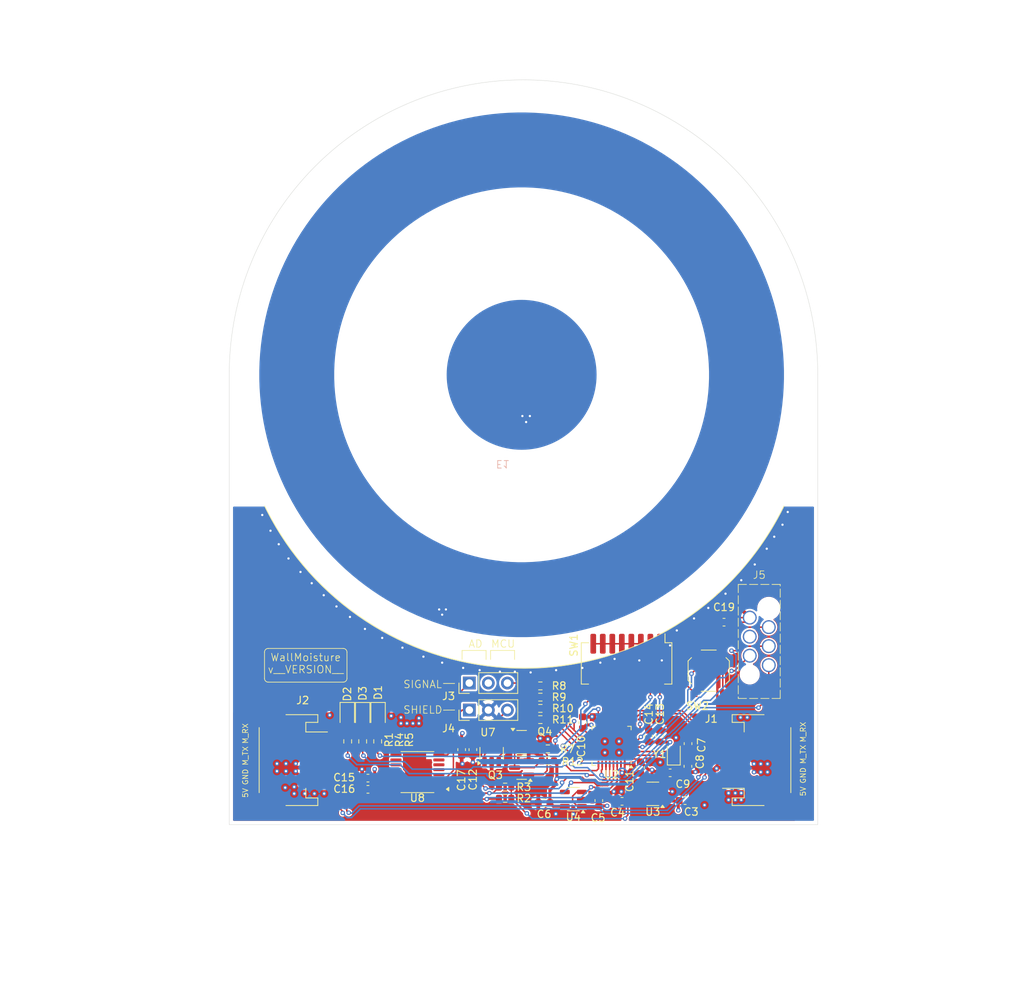
<source format=kicad_pcb>
(kicad_pcb (version 20241229) (generator "pcbnew") (generator_version "9.0")
  (title_block (title "Wall Moisture Sensor - WMS1") (date "${CURRENT_DATE}") (rev "${VERSION}") (company "${COMPANY}"))
  (layers (0 "F.Cu" signal) (4 "In1.Cu" signal) (6 "In2.Cu" signal) (2 "B.Cu" signal) (13 "F.Paste" user) (15 "B.Paste" user) (5 "F.SilkS" user "F.Silkscreen") (7 "B.SilkS" user "B.Silkscreen") (1 "F.Mask" user) (3 "B.Mask" user) (25 "Edge.Cuts" user))
  (property "COMPANY" "__COMPANY__")
  (property "VERSION" "__VERSION__")
  (net 0 "")
  (net 1 "GND")
  (net 2 "+5V")
  (net 3 "/Connectors and Power/3.3V")
  (net 4 "/Analog frontend/3.3V_LN")
  (net 5 "Net-(U2-PC15)")
  (net 6 "Net-(U2-PC14)")
  (net 7 "/Connectors and Power/MASTER_RX")
  (net 8 "/Connectors and Power/MASTER_TX")
  (net 9 "/Analog frontend/SENSOR_SHIELD")
  (net 10 "/µC and digital/TIM1_CH3")
  (net 11 "/µC and digital/TRACE{slash}SWO{slash}TDO")
  (net 12 "/µC and digital/I2C1_SCL")
  (net 14 "/µC and digital/SWDIO{slash}JTMS")
  (net 15 "/µC and digital/TIM1_CH2")
  (net 16 "/µC and digital/SWCLK{slash}JTCK")
  (net 17 "/µC and digital/TIM1_CH1")
  (net 18 "/Analog frontend/SENSOR_EXCITATION")
  (net 19 "Net-(J4-Pin_3)")
  (net 20 "/µC and digital/I2C1_SDA")
  (net 21 "Net-(D1-A)")
  (net 22 "Net-(D2-A)")
  (net 23 "/Analog frontend/SENSOR_SHIELD_AD7747")
  (net 24 "/µC and digital/TIM1_CH4")
  (net 25 "/Analog frontend/SENSOR_POSITIVE_AD7747")
  (net 26 "Net-(D3-A)")
  (net 27 "/µC and digital/DIP_SW_6")
  (net 28 "/µC and digital/DIP_SW_7")
  (net 29 "/µC and digital/DIP_SW_3")
  (net 30 "/µC and digital/DIP_SW_1")
  (net 31 "/µC and digital/DIP_SW_4")
  (net 32 "/µC and digital/DIP_SW_2")
  (net 33 "/µC and digital/DIP_SW_8")
  (net 34 "/µC and digital/DIP_SW_5")
  (net 35 "/Analog frontend/SENSOR_EXC_MCU")
  (net 36 "/µC and digital/NRST")
  (net 37 "/µC and digital/~{AD7747_RDY}")
  (net 47 "Net-(Q3-B)")
  (net 48 "Net-(Q3-C)")
  (net 49 "/µC and digital/LED_R")
  (net 50 "/µC and digital/LED_G")
  (net 51 "/µC and digital/LED_Y")
  (footprint "footprints:PinHeader_1x03_P2.54mm_Vertical" (layer "F.Cu") (at 89.356229 120.644614 90)
    (property "Reference" "J3")
    (property "Value" "~")
  )
  (footprint "footprints:C_0603_1608Metric" (layer "F.Cu") (at 116.150977 132.62318)
    (property "Reference" "C9")
    (property "Value" "4.7u")
  )
  (footprint "footprints:R_0603_1608Metric" (layer "F.Cu") (at 73.137439 128.427778 -90)
    (property "Reference" "R1")
    (property "Value" "100")
  )
  (footprint "footprints:R_0603_1608Metric" (layer "F.Cu") (at 99.838439 131.027778 180)
    (property "Reference" "R12")
    (property "Value" "2.2k")
  )
  (footprint "footprints:Crystal_SMD_2012-2Pin_2.0x1.2mm" (layer "F.Cu") (at 116.638439 130.325498 90)
    (property "Reference" "Y1")
    (property "Value" "~" (hide yes))
  )
  (footprint "footprints:R_0603_1608Metric" (layer "F.Cu") (at 98.838439 122.527778 180)
    (property "Reference" "R9")
    (property "Value" "100k")
  )
  (footprint "footprints:SOT-23" (layer "F.Cu") (at 96.338439 131.927778 180)
    (property "Reference" "Q3")
    (property "Value" "~")
  )
  (footprint "footprints:TSSOP-16_4.4x5mm_P0.65mm" (layer "F.Cu") (at 82.438439 132.527778 180)
    (property "Reference" "U8")
    (property "Value" "~")
  )
  (footprint "footprints:C_0603_1608Metric" (layer "F.Cu") (at 118.524258 131.751487 90)
    (property "Reference" "C8")
    (property "Value" "10p" (hide yes))
  )
  (footprint "footprints:JST_PH_S4B-PH-SM4-TB_1x04-1MP_P2.00mm_Horizontal" (layer "F.Cu") (at 127.738439 130.927778 90)
    (property "Reference" "J1")
    (property "Value" "~" (hide yes))
  )
  (footprint "footprints:C_0603_1608Metric" (layer "F.Cu") (at 109.738439 136.427778 180)
    (property "Reference" "C4")
    (property "Value" "1u")
  )
  (footprint "footprints:C_0603_1608Metric" (layer "F.Cu") (at 123.338439 112.527778 180)
    (property "Reference" "C19")
    (property "Value" "100n")
  )
  (footprint "footprints:R_0603_1608Metric" (layer "F.Cu") (at 98.838439 121.027778 180)
    (property "Reference" "R8")
    (property "Value" "100k")
  )
  (footprint "footprints:C_0603_1608Metric" (layer "F.Cu") (at 114.738439 127.727778 90)
    (property "Reference" "C13")
    (property "Value" "1u")
  )
  (footprint "footprints:C_0603_1608Metric" (layer "F.Cu") (at 88.338439 129.527778 -90)
    (property "Reference" "C17")
    (property "Value" "100n")
  )
  (footprint "footprints:SOT-23" (layer "F.Cu") (at 96.338439 128.527778)
    (property "Reference" "Q4")
    (property "Value" "~")
  )
  (footprint "footprints:SOT-23-5" (layer "F.Cu") (at 113.838439 135.427778 180)
    (property "Reference" "U3")
    (property "Value" "~")
  )
  (footprint "footprints:QFN-32-1EP_5x5mm_P0.5mm_EP3.45x3.45mm" (layer "F.Cu") (at 108.338439 129.027778 180)
    (property "Reference" "U2")
    (property "Value" "~")
  )
  (footprint "footprints:R_0603_1608Metric" (layer "F.Cu") (at 94.138439 134.527778 180)
    (property "Reference" "R3")
    (property "Value" "2.2k")
  )
  (footprint "footprints:R_0603_1608Metric" (layer "F.Cu") (at 98.838439 125.527778 180)
    (property "Reference" "R11")
    (property "Value" "100k")
  )
  (footprint "footprints:LED_0805_2012Metric" (layer "F.Cu") (at 77.190009 124.919258 -90)
    (property "Reference" "D1")
    (property "Value" "~")
  )
  (footprint "footprints:LED_0805_2012Metric" (layer "F.Cu") (at 75.137439 124.927778 -90)
    (property "Reference" "D3")
    (property "Value" "~")
  )
  (footprint "footprints:SW_Push_1P1T_XKB_TS-1187A" (layer "F.Cu") (at 121.3 119 90)
    (property "Reference" "SW2")
    (property "Value" "FSMH")
  )
  (footprint "footprints:LED_0805_2012Metric" (layer "F.Cu") (at 73.080982 124.913714 -90)
    (property "Reference" "D2")
    (property "Value" "~")
  )
  (footprint "footprints:R_0603_1608Metric" (layer "F.Cu") (at 94.138439 136.027778 180)
    (property "Reference" "R2")
    (property "Value" "2.2k")
  )
  (footprint "footprints:C_0603_1608Metric" (layer "F.Cu") (at 106.638439 136.327778 90)
    (property "Reference" "C5")
    (property "Value" "1u")
  )
  (footprint "footprints:C_0603_1608Metric" (layer "F.Cu") (at 99.338439 136.627778 180)
    (property "Reference" "C6")
    (property "Value" "1u")
  )
  (footprint "footprints:R_0603_1608Metric" (layer "F.Cu") (at 75.137439 128.427778 -90)
    (property "Reference" "R4")
    (property "Value" "100")
  )
  (footprint "footprints:C_0603_1608Metric" (layer "F.Cu") (at 75.838439 134.827778 180)
    (property "Reference" "C16")
    (property "Value" "4.7u")
  )
  (footprint "footprints:C_0603_1608Metric" (layer "F.Cu") (at 112.194728 131.927778 -90)
    (property "Reference" "C11")
    (property "Value" "100n")
  )
  (footprint "footprints:JST_PH_S4B-PH-SM4-TB_1x04-1MP_P2.00mm_Horizontal" (layer "F.Cu") (at 65.838439 130.927778 -90)
    (property "Reference" "J2")
    (property "Value" "~" (hide yes))
  )
  (footprint "footprints:SOT-23-5" (layer "F.Cu") (at 103.238439 136.127778 180)
    (property "Reference" "U4")
    (property "Value" "~")
  )
  (footprint "footprints:SW_DIP_SPSTx08_Slide_KingTek_DSHP08TJ_W5.25mm_P1.27mm_JPin" (layer "F.Cu") (at 110.338439 118.027778 -90)
    (property "Reference" "SW1")
    (property "Value" "~")
  )
  (footprint "footprints:R_0603_1608Metric" (layer "F.Cu") (at 99.838439 129.427778 180)
    (property "Reference" "R7")
    (property "Value" "10k")
  )
  (footprint "footprints:R_0603_1608Metric" (layer "F.Cu") (at 77.137439 128.427778 90)
    (property "Reference" "R5")
    (property "Value" "100")
  )
  (footprint "footprints:R_0603_1608Metric" (layer "F.Cu") (at 98.838439 124.027778 180)
    (property "Reference" "R10")
    (property "Value" "100k")
  )
  (footprint "footprints:C_0603_1608Metric" (layer "F.Cu") (at 113.274476 127.721121 90)
    (property "Reference" "C14")
    (property "Value" "100n")
  )
  (footprint "footprints:C_0603_1608Metric" (layer "F.Cu") (at 118.138439 136.327778)
    (property "Reference" "C3")
    (property "Value" "1u")
  )
  (footprint "footprints:C_0603_1608Metric" (layer "F.Cu") (at 75.838439 133.327778 180)
    (property "Reference" "C15")
    (property "Value" "100n")
  )
  (footprint "footprints:C_0603_1608Metric" (layer "F.Cu") (at 104.472803 125.927778 90)
    (property "Reference" "C10")
    (property "Value" "100n")
  )
  (footprint "footprints:C_0603_1608Metric" (layer "F.Cu") (at 89.838439 129.527778 -90)
    (property "Reference" "C12")
    (property "Value" "1u")
  )
  (footprint "footprints:Skedd490107670612_2x06_P2.54mm_Debug" (layer "F.Cu") (at 128.038439 115.727778 90)
    (property "Reference" "J5")
    (property "Value" "~")
  )
  (footprint "footprints:SOT-23-5" (layer "F.Cu") (at 92.338439 130.027778 90)
    (property "Reference" "U7")
    (property "Value" "~")
  )
  (footprint "footprints:C_0603_1608Metric" (layer "F.Cu") (at 118.538439 128.727778 -90)
    (property "Reference" "C7")
    (property "Value" "10p" (hide yes))
  )
  (footprint "footprints:PinHeader_1x03_P2.54mm_Vertical" (layer "F.Cu") (at 89.361251 124.248568 90)
    (property "Reference" "J4")
    (property "Value" "~")
  )
  (footprint "footprints:CapacitiveElectrode-round_20mmx70mm" (layer "B.Cu") (at 96.338439 79.527778)
    (property "Reference" "E1")
    (property "Value" "~")
  )
  (gr_line (start 73.038439 116.527778) (end 73.038439 120.027778) (stroke (width 0.1)) (layer "F.SilkS"))
  (gr_arc (start 62.038439 116.527778) (mid 62.184886 116.174225) (end 62.538439 116.027778) (stroke (width 0.1)) (layer "F.SilkS"))
  (gr_arc (start 72.538439 116.027778) (mid 72.891992 116.174225) (end 73.038439 116.527778) (stroke (width 0.1)) (layer "F.SilkS"))
  (gr_line (start 72.538439 116.027778) (end 62.538439 116.027778) (stroke (width 0.1)) (layer "F.SilkS"))
  (gr_line (start 92.2 116.3) (end 95.4 116.3) (stroke (width 0.1)) (layer "F.SilkS"))
  (gr_line (start 88.4 117.5) (end 88.4 116.3) (stroke (width 0.1)) (layer "F.SilkS"))
  (gr_line (start 72.538439 120.527778) (end 62.538439 120.527778) (stroke (width 0.1)) (layer "F.SilkS"))
  (gr_line (start 91.6 116.3) (end 91.6 117.5) (stroke (width 0.1)) (layer "F.SilkS"))
  (gr_arc (start 131.338439 97.027778) (mid 97.116155 118.651238) (end 62.061561 97.027778) (stroke (width 0.1)) (layer "F.SilkS"))
  (gr_line (start 87.4 124.248568) (end 85.906325 124.262951) (stroke (width 0.1)) (layer "F.SilkS"))
  (gr_line (start 62.038439 120.027778) (end 62.038439 116.527778) (stroke (width 0.1)) (layer "F.SilkS"))
  (gr_arc (start 73.038439 120.027778) (mid 72.891992 120.381331) (end 72.538439 120.527778) (stroke (width 0.1)) (layer "F.SilkS"))
  (gr_line (start 92.2 117.5) (end 92.2 116.3) (stroke (width 0.1)) (layer "F.SilkS"))
  (gr_line (start 87.4 120.7) (end 85.906325 120.7) (stroke (width 0.1)) (layer "F.SilkS"))
  (gr_line (start 95.4 116.3) (end 95.4 117.5) (stroke (width 0.1)) (layer "F.SilkS"))
  (gr_line (start 88.4 116.3) (end 91.6 116.3) (stroke (width 0.1)) (layer "F.SilkS"))
  (gr_arc (start 62.538439 120.527778) (mid 62.184886 120.381331) (end 62.038439 120.027778) (stroke (width 0.1)) (layer "F.SilkS"))
  (gr_arc (start 57.338439 79.027778) (mid 96.837445 40.183748) (end 135.838439 79.527778) (stroke (width 0.05)) (layer "Edge.Cuts"))
  (gr_line (start 57.338439 79.027778) (end 57.338439 139.527778) (stroke (width 0.05)) (layer "Edge.Cuts"))
  (gr_line (start 57.338439 139.527778) (end 135.838439 139.527778) (stroke (width 0.05)) (layer "Edge.Cuts"))
  (gr_line (start 135.838439 139.527778) (end 135.838439 79.527778) (stroke (width 0.05)) (layer "Edge.Cuts"))
  (gr_text "SHIELD" (at 80.5 124.8 0) (layer "F.SilkS") (effects (font (size 1 1) (thickness 0.1)) (justify left bottom)))
  (gr_text "M_TX" (at 134.3 131.5 90) (layer "F.SilkS") (effects (font (size 0.7 0.7) (thickness 0.1)) (justify left bottom)))
  (gr_text "MCU" (at 92.2 116 0) (layer "F.SilkS") (effects (font (size 1 1) (thickness 0.1)) (justify left bottom)))
  (gr_text "AD" (at 89.2 116 0) (layer "F.SilkS") (effects (font (size 1 1) (thickness 0.1)) (justify left bottom)))
  (gr_text "5V" (at 59.9 136 90) (layer "F.SilkS") (effects (font (size 0.7 0.7) (thickness 0.1)) (justify left bottom)))
  (gr_text "GND" (at 59.9 134.3 90) (layer "F.SilkS") (effects (font (size 0.7 0.7) (thickness 0.1)) (justify left bottom)))
  (gr_text "M_RX" (at 134.3 128.6 90) (layer "F.SilkS") (effects (font (size 0.7 0.7) (thickness 0.1)) (justify left bottom)))
  (gr_text "M_RX" (at 59.9 128.8 90) (layer "F.SilkS") (effects (font (size 0.7 0.7) (thickness 0.1)) (justify left bottom)))
  (gr_text "5V" (at 134.3 135.8 90) (layer "F.SilkS") (effects (font (size 0.7 0.7) (thickness 0.1)) (justify left bottom)))
  (gr_text "GND" (at 134.3 134.1 90) (layer "F.SilkS") (effects (font (size 0.7 0.7) (thickness 0.1)) (justify left bottom)))
  (gr_text "SIGNAL" (at 80.5 121.4 0) (layer "F.SilkS") (effects (font (size 1 1) (thickness 0.1)) (justify left bottom)))
  (gr_text "WallMoisture\nv${VERSION}" (at 67.538439 118.027778 0) (layer "F.SilkS") (effects (font (size 1 1) (thickness 0.1))))
  (gr_text "M_TX" (at 59.9 131.7 90) (layer "F.SilkS") (effects (font (size 0.7 0.7) (thickness 0.1)) (justify left bottom)))
  (segment (start 106.588439 125.977778) (end 105.738439 125.127778) (width 0.2) (layer "F.Cu") (net 1))
  (segment (start 116.6 114.9) (end 117.271222 114.228778) (width 0.2) (layer "F.Cu") (net 1))
  (segment (start 117.287382 114.228778) (end 117.639439 113.876721) (width 0.2) (layer "F.Cu") (net 1))
  (segment (start 114.783439 115.402778) (end 113.769536 115.402778) (width 0.2) (layer "F.Cu") (net 1))
  (segment (start 77.137439 123.990278) (end 77.899939 123.990278) (width 0.4) (layer "F.Cu") (net 1))
  (segment (start 108.433439 115.402778) (end 109.703439 115.402778) (width 0.2) (layer "F.Cu") (net 1))
  (segment (start 117.271222 114.228778) (end 117.287382 114.228778) (width 0.2) (layer "F.Cu") (net 1))
  (segment (start 106.063439 136.127778) (end 106.638439 135.552778) (width 0.4) (layer "F.Cu") (net 1))
  (segment (start 77.899939 123.990278) (end 78.937439 125.027778) (width 0.4) (layer "F.Cu") (net 1))
  (segment (start 117.639439 113.876721) (end 119.189496 113.876721) (width 0.2) (layer "F.Cu") (net 1))
  (segment (start 105.893439 115.402778) (end 107.163439 115.402778) (width 0.2) (layer "F.Cu") (net 1))
  (segment (start 70.738439 124.827778) (end 71.575939 123.990278) (width 0.4) (layer "F.Cu") (net 1))
  (segment (start 112.243439 115.402778) (end 113.513439 115.402778) (width 0.2) (layer "F.Cu") (net 1))
  (segment (start 113.769536 115.402778) (end 113.630221 115.475021) (width 0.2) (layer "F.Cu") (net 1))
  (segment (start 107.163439 115.402778) (end 108.433439 115.402778) (width 0.2) (layer "F.Cu") (net 1))
  (segment (start 71.575939 123.990278) (end 73.137439 123.990278) (width 0.4) (layer "F.Cu") (net 1))
  (segment (start 110.973439 115.402778) (end 112.243439 115.402778) (width 0.2) (layer "F.Cu") (net 1))
  (segment (start 125.268439 111.917778) (end 126.768439 111.917778) (width 0.2) (layer "F.Cu") (net 1))
  (segment (start 124.113439 112.527778) (end 126.158439 112.527778) (width 0.2) (layer "F.Cu") (net 1))
  (segment (start 113.630221 115.475021) (end 113.559024 115.506355) (width 0.2) (layer "F.Cu") (net 1))
  (segment (start 104.375939 136.127778) (end 106.063439 136.127778) (width 0.4) (layer "F.Cu") (net 1))
  (segment (start 116.016274 114.9) (end 116.6 114.9) (width 0.2) (layer "F.Cu") (net 1))
  (segment (start 119.425 114.112225) (end 119.189496 113.876721) (width 0.2) (layer "F.Cu") (net 1))
  (segment (start 121.738439 111.327778) (end 124.678439 111.327778) (width 0.2) (layer "F.Cu") (net 1))
  (segment (start 117.6 117.825) (end 117.6 120.175) (width 0.2) (layer "F.Cu") (net 1))
  (segment (start 115.537439 115.378835) (end 116.016274 114.9) (width 0.2) (layer "F.Cu") (net 1))
  (segment (start 124.678439 111.327778) (end 125.268439 111.917778) (width 0.2) (layer "F.Cu") (net 1))
  (segment (start 106.588439 126.590278) (end 106.588439 125.977778) (width 0.2) (layer "F.Cu") (net 1))
  (segment (start 119.189496 113.876721) (end 121.738439 111.327778) (width 0.2) (layer "F.Cu") (net 1))
  (segment (start 117.6 120.175) (end 119.425 122) (width 0.2) (layer "F.Cu") (net 1))
  (segment (start 70.738439 124.927778) (end 70.738439 124.827778) (width 0.4) (layer "F.Cu") (net 1))
  (segment (start 119.425 116) (end 117.6 117.825) (width 0.2) (layer "F.Cu") (net 1))
  (segment (start 75.137439 123.990278) (end 73.137439 123.990278) (width 0.4) (layer "F.Cu") (net 1))
  (segment (start 114.807382 115.378835) (end 115.537439 115.378835) (width 0.2) (layer "F.Cu") (net 1))
  (segment (start 109.703439 115.402778) (end 110.973439 115.402778) (width 0.2) (layer "F.Cu") (net 1))
  (segment (start 77.137439 123.990278) (end 75.137439 123.990278) (width 0.4) (layer "F.Cu") (net 1))
  (segment (start 119.425 116) (end 119.425 114.112225) (width 0.2) (layer "F.Cu") (net 1))
  (segment (start 126.158439 112.527778) (end 126.768439 111.917778) (width 0.2) (layer "F.Cu") (net 1))
  (segment (start 114.783439 115.402778) (end 114.807382 115.378835) (width 0.2) (layer "F.Cu") (net 1))
  (via (at 128.238439 132.527778) (size 0.6) (drill 0.3) (layers "F.Cu" "B.Cu") (net 1))
  (via (at 80.238439 126.027778) (size 0.6) (drill 0.3) (layers "F.Cu" "B.Cu") (net 1))
  (via (at 85.738439 111.527778) (size 0.6) (drill 0.3) (layers "F.Cu" "B.Cu") (net 1))
  (via (at 82.638439 126.027778) (size 0.6) (drill 0.3) (layers "F.Cu" "B.Cu") (net 1))
  (via (at 105.738439 125.127778) (size 0.6) (drill 0.3) (layers "F.Cu" "B.Cu") (net 1))
  (via (at 86.238439 110.827778) (size 0.6) (drill 0.3) (layers "F.Cu" "B.Cu") (net 1))
  (via (at 129.138439 132.527778) (size 0.6) (drill 0.3) (layers "F.Cu" "B.Cu") (net 1))
  (via (at 78.937439 125.027778) (size 0.6) (drill 0.3) (layers "F.Cu" "B.Cu") (net 1))
  (via (at 109.738439 132.627778) (size 0.6) (drill 0.3) (layers "F.Cu" "B.Cu") (net 1))
  (via (at 64.9 131.4) (size 0.6) (drill 0.3) (layers "F.Cu" "B.Cu") (net 1))
  (via (at 85.338439 110.827778) (size 0.6) (drill 0.3) (layers "F.Cu" "B.Cu") (net 1))
  (via (at 125.538439 125.227778) (size 0.6) (drill 0.3) (layers "F.Cu" "B.Cu") (net 1))
  (via (at 66.2 132.4) (size 0.6) (drill 0.3) (layers "F.Cu" "B.Cu") (net 1))
  (via (at 127.338439 132.527778) (size 0.6) (drill 0.3) (layers "F.Cu" "B.Cu") (net 1))
  (via (at 100.9 138.1) (size 0.6) (drill 0.3) (layers "F.Cu" "B.Cu") (net 1))
  (via (at 63.7 132.4) (size 0.6) (drill 0.3) (layers "F.Cu" "B.Cu") (net 1))
  (via (at 103.238439 138.127778) (size 0.6) (drill 0.3) (layers "F.Cu" "B.Cu") (net 1))
  (via (at 63.7 131.4) (size 0.6) (drill 0.3) (layers "F.Cu" "B.Cu") (net 1))
  (via (at 116.938439 127.927778) (size 0.6) (drill 0.3) (layers "F.Cu" "B.Cu") (net 1))
  (via (at 129.138439 131.427778) (size 0.6) (drill 0.3) (layers "F.Cu" "B.Cu") (net 1))
  (via (at 89.829045 131.23162) (size 0.6) (drill 0.3) (layers "F.Cu" "B.Cu") (net 1))
  (via (at 107.438439 129.927778) (size 0.6) (drill 0.3) (layers "F.Cu" "B.Cu") (net 1))
  (via (at 82.638439 125.327778) (size 0.6) (drill 0.3) (layers "F.Cu" "B.Cu") (net 1))
  (via (at 98.826463 128.027778) (size 0.6) (drill 0.3) (layers "F.Cu" "B.Cu") (net 1))
  (via (at 66.2 131.4) (size 0.6) (drill 0.3) (layers "F.Cu" "B.Cu") (net 1))
  (via (at 127.338439 131.427778) (size 0.6) (drill 0.3) (layers "F.Cu" "B.Cu") (net 1))
  (via (at 107.438439 128.427778) (size 0.6) (drill 0.3) (layers "F.Cu" "B.Cu") (net 1))
  (via (at 120.738439 136.927778) (size 0.6) (drill 0.3) (layers "F.Cu" "B.Cu") (net 1))
  (via (at 119.5254 132.504328) (size 0.6) (drill 0.3) (layers "F.Cu" "B.Cu") (net 1))
  (via (at 64.9 132.4) (size 0.6) (drill 0.3) (layers "F.Cu" "B.Cu") (net 1))
  (via (at 88.438439 131.427778) (size 0.6) (drill 0.3) (layers "F.Cu" "B.Cu") (net 1))
  (via (at 70.738439 124.927778) (size 0.6) (drill 0.3) (layers "F.Cu" "B.Cu") (net 1))
  (via (at 81.038439 126.027778) (size 0.6) (drill 0.3) (layers "F.Cu" "B.Cu") (net 1))
  (via (at 80.238439 125.227778) (size 0.6) (drill 0.3) (layers "F.Cu" "B.Cu") (net 1))
  (via (at 109.338439 129.927778) (size 0.6) (drill 0.3) (layers "F.Cu" "B.Cu") (net 1))
  (via (at 81.838439 126.027778) (size 0.6) (drill 0.3) (layers "F.Cu" "B.Cu") (net 1))
  (via (at 109.338439 128.427778) (size 0.6) (drill 0.3) (layers "F.Cu" "B.Cu") (net 1))
  (via (at 128.238439 131.427778) (size 0.6) (drill 0.3) (layers "F.Cu" "B.Cu") (net 1))
  (via (at 114.838439 131.227778) (size 0.6) (drill 0.3) (layers "F.Cu" "B.Cu") (net 1))
  (via (at 126.438439 125.227778) (size 0.6) (drill 0.3) (layers "F.Cu" "B.Cu") (net 1))
  (via (at 109.638439 135.127778) (size 0.6) (drill 0.3) (layers "F.Cu" "B.Cu") (net 1))
  (via (at 122.338439 132.027778) (size 0.6) (drill 0.3) (layers "F.Cu" "B.Cu") (net 1))
  (via (at 75.038439 132.127778) (size 0.6) (drill 0.3) (layers "F.Cu" "B.Cu") (net 1))
  (via (at 108.638439 135.127778) (size 0.6) (drill 0.3) (layers "F.Cu" "B.Cu") (net 1))
  (via (at 116.438439 135.127778) (size 0.6) (drill 0.3) (layers "F.Cu" "B.Cu") (net 1))
  (via (at 99.838439 128.127778) (size 0.6) (drill 0.3) (layers "F.Cu" "B.Cu") (net 1))
  (segment (start 103.788439 137.077778) (end 103.138439 136.427778) (width 0.2) (layer "F.Cu") (net 2))
  (segment (start 117.238439 137.627778) (end 117.238439 136.452778) (width 0.4) (layer "F.Cu") (net 2))
  (segment (start 113.738439 135.727778) (end 113.738439 135.36081) (width 0.2) (layer "F.Cu") (net 2))
  (segment (start 114.621471 134.477778) (end 114.975939 134.477778) (width 0.2) (layer "F.Cu") (net 2))
  (segment (start 113.738439 135.36081) (end 114.621471 134.477778) (width 0.2) (layer "F.Cu") (net 2))
  (segment (start 104.875939 137.077778) (end 104.925939 137.127778) (width 0.4) (layer "F.Cu") (net 2))
  (segment (start 114.388439 136.377778) (end 113.738439 135.727778) (width 0.2) (layer "F.Cu") (net 2))
  (segment (start 106.638439 137.102778) (end 106.713439 137.027778) (width 0.4) (layer "F.Cu") (net 2))
  (segment (start 114.975939 136.377778) (end 117.313439 136.377778) (width 0.4) (layer "F.Cu") (net 2))
  (segment (start 103.138439 135.727778) (end 103.688439 135.177778) (width 0.2) (layer "F.Cu") (net 2))
  (segment (start 106.713439 137.027778) (end 107.738439 137.027778) (width 0.4) (layer "F.Cu") (net 2))
  (segment (start 103.138439 136.427778) (end 103.138439 135.727778) (width 0.2) (layer "F.Cu") (net 2))
  (segment (start 104.375939 137.077778) (end 103.788439 137.077778) (width 0.2) (layer "F.Cu") (net 2))
  (segment (start 104.925939 137.127778) (end 106.613439 137.127778) (width 0.4) (layer "F.Cu") (net 2))
  (segment (start 114.975939 136.377778) (end 114.388439 136.377778) (width 0.2) (layer "F.Cu") (net 2))
  (segment (start 103.688439 135.177778) (end 104.375939 135.177778) (width 0.2) (layer "F.Cu") (net 2))
  (segment (start 104.375939 137.077778) (end 104.875939 137.077778) (width 0.4) (layer "F.Cu") (net 2))
  (segment (start 106.613439 137.127778) (end 106.638439 137.102778) (width 0.4) (layer "F.Cu") (net 2))
  (segment (start 117.313439 136.377778) (end 117.363439 136.327778) (width 0.4) (layer "F.Cu") (net 2))
  (segment (start 117.238439 136.452778) (end 117.363439 136.327778) (width 0.4) (layer "F.Cu") (net 2))
  (via (at 124.838439 136.227778) (size 0.6) (drill 0.3) (layers "F.Cu" "B.Cu") (net 2))
  (via (at 70 135.4) (size 0.6) (drill 0.3) (layers "F.Cu" "B.Cu") (net 2))
  (via (at 124.838439 135.327778) (size 0.6) (drill 0.3) (layers "F.Cu" "B.Cu") (net 2))
  (via (at 125.638439 135.327778) (size 0.6) (drill 0.3) (layers "F.Cu" "B.Cu") (net 2))
  (via (at 123.938439 136.227778) (size 0.6) (drill 0.3) (layers "F.Cu" "B.Cu") (net 2))
  (via (at 68.7 135.4) (size 0.6) (drill 0.3) (layers "F.Cu" "B.Cu") (net 2))
  (via (at 117.238439 137.627778) (size 0.6) (drill 0.3) (layers "F.Cu" "B.Cu") (net 2))
  (via (at 66 135.4) (size 0.6) (drill 0.3) (layers "F.Cu" "B.Cu") (net 2))
  (via (at 123.938439 135.327778) (size 0.6) (drill 0.3) (layers "F.Cu" "B.Cu") (net 2))
  (via (at 125.638439 136.227778) (size 0.6) (drill 0.3) (layers "F.Cu" "B.Cu") (net 2))
  (via (at 66 134.5) (size 0.6) (drill 0.3) (layers "F.Cu" "B.Cu") (net 2))
  (via (at 67.4 135.4) (size 0.6) (drill 0.3) (layers "F.Cu" "B.Cu") (net 2))
  (via (at 107.738439 137.027778) (size 0.6) (drill 0.3) (layers "F.Cu" "B.Cu") (net 2))
  (via (at 64.8 134.6) (size 0.6) (drill 0.3) (layers "F.Cu" "B.Cu") (net 2))
  (segment (start 113.269728 132.227778) (end 112.194728 131.152778) (width 0.4) (layer "F.Cu") (net 3))
  (segment (start 113.738439 132.227778) (end 113.838439 132.227778) (width 0.4) (layer "F.Cu") (net 3))
  (segment (start 110.563439 136.377778) (end 110.513439 136.427778) (width 0.4) (layer "F.Cu") (net 3))
  (segment (start 113.738439 132.727778) (end 112.838439 133.627778) (width 0.4) (layer "F.Cu") (net 3))
  (segment (start 112.052096 130.777778) (end 112.194728 130.92041) (width 0.2) (layer "F.Cu") (net 3))
  (segment (start 115.063439 132.427778) (end 115.163439 132.527778) (width 0.4) (layer "F.Cu") (net 3))
  (segment (start 113.738439 132.227778) (end 113.738439 132.727778) (width 0.4) (layer "F.Cu") (net 3))
  (segment (start 110.513439 138.252778) (end 110.513439 136.427778) (width 0.2) (layer "F.Cu") (net 3))
  (segment (start 110.513439 134.752778) (end 110.513439 136.427778) (width 0.4) (layer "F.Cu") (net 3))
  (segment (start 105.047803 127.277778) (end 104.472803 126.702778) (width 0.2) (layer "F.Cu") (net 3))
  (segment (start 110.138439 138.627778) (end 110.513439 138.252778) (width 0.2) (layer "F.Cu") (net 3))
  (segment (start 112.838439 133.627778) (end 111.638439 133.627778) (width 0.4) (layer "F.Cu") (net 3))
  (segment (start 94.963439 136.027778) (end 94.963439 134.527778) (width 0.2) (layer "F.Cu") (net 3))
  (segment (start 113.838439 132.227778) (end 114.038439 132.427778) (width 0.4) (layer "F.Cu") (net 3))
  (segment (start 110.775939 130.777778) (end 112.052096 130.777778) (width 0.2) (layer "F.Cu") (net 3))
  (segment (start 113.738439 132.227778) (end 113.269728 132.227778) (width 0.4) (layer "F.Cu") (net 3))
  (segment (start 105.638439 126.227778) (end 104.947803 126.227778) (width 0.4) (layer "F.Cu") (net 3))
  (segment (start 114.038439 132.427778) (end 115.063439 132.427778) (width 0.4) (layer "F.Cu") (net 3))
  (segment (start 96.964439 138.028778) (end 94.963439 136.027778) (width 0.2) (layer "F.Cu") (net 3))
  (segment (start 112.700939 136.377778) (end 110.563439 136.377778) (width 0.4) (layer "F.Cu") (net 3))
  (segment (start 104.947803 126.227778) (end 104.472803 126.702778) (width 0.4) (layer "F.Cu") (net 3))
  (segment (start 105.900939 127.277778) (end 105.047803 127.277778) (width 0.2) (layer "F.Cu") (net 3))
  (segment (start 110.138439 138.727778) (end 110.138439 138.627778) (width 0.2) (layer "F.Cu") (net 3))
  (segment (start 97.038439 138.028778) (end 96.964439 138.028778) (width 0.2) (layer "F.Cu") (net 3))
  (segment (start 111.638439 133.627778) (end 110.513439 134.752778) (width 0.4) (layer "F.Cu") (net 3))
  (via (at 97.038439 138.028778) (size 0.6) (drill 0.3) (layers "F.Cu" "B.Cu") (net 3))
  (via (at 113.738439 132.227778) (size 0.6) (drill 0.3) (layers "F.Cu" "B.Cu") (net 3))
  (via (at 110.138439 138.727778) (size 0.6) (drill 0.3) (layers "F.Cu" "B.Cu") (net 3))
  (via (at 105.638439 126.227778) (size 0.6) (drill 0.3) (layers "F.Cu" "B.Cu") (net 3))
  (segment (start 97.737439 138.727778) (end 97.038439 138.028778) (width 0.2) (layer "B.Cu") (net 3))
  (segment (start 110.138439 138.727778) (end 97.737439 138.727778) (width 0.2) (layer "B.Cu") (net 3))
  (segment (start 88.344538 128.758877) (end 89.33234 128.758877) (width 0.4) (layer "F.Cu") (net 4))
  (segment (start 77.938439 133.502778) (end 79.575939 133.502778) (width 0.4) (layer "F.Cu") (net 4))
  (segment (start 91.250939 128.752778) (end 91.388439 128.890278) (width 0.4) (layer "F.Cu") (net 4))
  (segment (start 88.338439 127.427778) (end 88.338439 128.752778) (width 0.4) (layer "F.Cu") (net 4))
  (segment (start 88.338439 128.752778) (end 88.344538 128.758877) (width 0.4) (layer "F.Cu") (net 4))
  (segment (start 76.738439 132.127778) (end 76.638439 132.227778) (width 0.4) (layer "F.Cu") (net 4))
  (segment (start 89.838439 128.752778) (end 91.250939 128.752778) (width 0.4) (layer "F.Cu") (net 4))
  (segment (start 76.738439 132.127778) (end 76.738439 133.202778) (width 0.4) (layer "F.Cu") (net 4))
  (segment (start 113.281133 128.502778) (end 113.274476 128.496121) (width 0.4) (layer "F.Cu") (net 4))
  (segment (start 114.738439 128.502778) (end 113.281133 128.502778) (width 0.4) (layer "F.Cu") (net 4))
  (segment (start 101.038439 131.502778) (end 100.563439 131.027778) (width 0.4) (layer "F.Cu") (net 4))
  (segment (start 89.338439 128.752778) (end 89.838439 128.752778) (width 0.4) (layer "F.Cu") (net 4))
  (segment (start 112.009551 128.777778) (end 110.775939 128.777778) (width 0.2) (layer "F.Cu") (net 4))
  (segment (start 101.038439 133.427778) (end 100.888439 133.577778) (width 0.4) (layer "F.Cu") (net 4))
  (segment (start 101.038439 133.427778) (end 101.038439 131.502778) (width 0.4) (layer "F.Cu") (net 4))
  (segment (start 100.563439 131.127778) (end 100.563439 131.027778) (width 0.4) (layer "F.Cu") (net 4))
  (segment (start 76.738439 133.202778) (end 76.613439 133.327778) (width 0.4) (layer "F.Cu") (net 4))
  (segment (start 76.613439 134.827778) (end 76.613439 133.327778) (width 0.4) (layer "F.Cu") (net 4))
  (segment (start 114.763439 128.527778) (end 114.738439 128.502778) (width 0.4) (layer "F.Cu") (net 4))
  (segment (start 100.888439 133.577778) (end 100.888439 134.177778) (width 0.4) (layer "F.Cu") (net 4))
  (segment (start 113.66141 128.58086) (end 113.663667 128.578603) (width 0.4) (layer "F.Cu") (net 4))
  (segment (start 112.291208 128.496121) (end 112.009551 128.777778) (width 0.2) (layer "F.Cu") (net 4))
  (segment (start 89.33234 128.758877) (end 89.338439 128.752778) (width 0.4) (layer "F.Cu") (net 4))
  (segment (start 100.888439 134.177778) (end 100.113439 134.952778) (width 0.4) (layer "F.Cu") (net 4))
  (segment (start 76.613439 134.827778) (end 77.938439 133.502778) (width 0.4) (layer "F.Cu") (net 4))
  (segment (start 116.138439 128.527778) (end 114.763439 128.527778) (width 0.4) (layer "F.Cu") (net 4))
  (segment (start 100.113439 136.627778) (end 100.563439 137.077778) (width 0.4) (layer "F.Cu") (net 4))
  (segment (start 100.113439 134.952778) (end 100.113439 136.627778) (width 0.4) (layer "F.Cu") (net 4))
  (segment (start 88.438439 127.327778) (end 88.338439 127.427778) (width 0.4) (layer "F.Cu") (net 4))
  (segment (start 113.274476 128.496121) (end 112.291208 128.496121) (width 0.2) (layer "F.Cu") (net 4))
  (segment (start 100.563439 137.077778) (end 102.100939 137.077778) (width 0.4) (layer "F.Cu") (net 4))
  (via (at 116.138439 128.527778) (size 0.6) (drill 0.3) (layers "F.Cu" "B.Cu") (net 4))
  (via (at 76.738439 132.127778) (size 0.6) (drill 0.3) (layers "F.Cu" "B.Cu") (net 4))
  (via (at 88.438439 127.327778) (size 0.6) (drill 0.3) (layers "F.Cu" "B.Cu") (net 4))
  (via (at 101.038439 133.427778) (size 0.6) (drill 0.3) (layers "F.Cu" "B.Cu") (net 4))
  (segment (start 110.51406 134.127778) (end 106.914819 134.127778) (width 0.4) (layer "B.Cu") (net 4))
  (segment (start 106.914819 134.127778) (end 106.814818 134.027778) (width 0.4) (layer "B.Cu") (net 4))
  (segment (start 110.913059 133.728778) (end 110.51406 134.127778) (width 0.4) (layer "B.Cu") (net 4))
  (segment (start 101.237439 133.228778) (end 101.038439 133.427778) (width 0.4) (layer "B.Cu") (net 4))
  (segment (start 104.132803 133.228778) (end 101.237439 133.228778) (width 0.4) (layer "B.Cu") (net 4))
  (segment (start 106.531976 134.027778) (end 106.131976 133.627778) (width 0.4) (layer "B.Cu") (net 4))
  (segment (start 105.329803 133.627778) (end 105.328803 133.628778) (width 0.4) (layer "B.Cu") (net 4))
  (segment (start 110.93744 133.728778) (end 110.913059 133.728778) (width 0.4) (layer "B.Cu") (net 4))
  (segment (start 104.748075 133.628778) (end 104.747075 133.627778) (width 0.4) (layer "B.Cu") (net 4))
  (segment (start 105.328803 133.628778) (end 104.748075 133.628778) (width 0.4) (layer "B.Cu") (net 4))
  (segment (start 104.531803 133.627778) (end 104.132803 133.228778) (width 0.4) (layer "B.Cu") (net 4))
  (segment (start 116.138439 128.527778) (end 110.93744 133.728778) (width 0.4) (layer "B.Cu") (net 4))
  (segment (start 104.747075 133.627778) (end 104.531803 133.627778) (width 0.4) (layer "B.Cu") (net 4))
  (segment (start 106.814818 134.027778) (end 106.531976 134.027778) (width 0.4) (layer "B.Cu") (net 4))
  (segment (start 106.131976 133.627778) (end 105.329803 133.627778) (width 0.4) (layer "B.Cu") (net 4))
  (segment (start 118.215719 129.625498) (end 118.338439 129.502778) (width 0.2) (layer "F.Cu") (net 5))
  (segment (start 116.386159 129.777778) (end 116.538439 129.625498) (width 0.2) (layer "F.Cu") (net 5))
  (segment (start 110.775939 129.777778) (end 116.386159 129.777778) (width 0.2) (layer "F.Cu") (net 5))
  (segment (start 116.538439 129.625498) (end 118.215719 129.625498) (width 0.2) (layer "F.Cu") (net 5))
  (segment (start 118.265719 131.025498) (end 118.338439 130.952778) (width 0.2) (layer "F.Cu") (net 6))
  (segment (start 115.790719 130.277778) (end 116.538439 131.025498) (width 0.2) (layer "F.Cu") (net 6))
  (segment (start 116.538439 131.025498) (end 118.265719 131.025498) (width 0.2) (layer "F.Cu") (net 6))
  (segment (start 110.775939 130.277778) (end 115.790719 130.277778) (width 0.2) (layer "F.Cu") (net 6))
  (segment (start 120.489496 132.276721) (end 122.538439 130.227778) (width 0.2) (layer "F.Cu") (net 7))
  (segment (start 121.539439 127.328778) (end 122.538439 128.327778) (width 0.2) (layer "F.Cu") (net 7))
  (segment (start 120.137439 132.980248) (end 120.137439 132.978835) (width 0.2) (layer "F.Cu") (net 7))
  (segment (start 120.489496 132.626778) (end 120.489496 132.276721) (width 0.2) (layer "F.Cu") (net 7))
  (segment (start 122.538439 128.327778) (end 122.938439 127.927778) (width 0.2) (layer "F.Cu") (net 7))
  (segment (start 111.538439 127.127778) (end 111.538439 125.327778) (width 0.2) (layer "F.Cu") (net 7))
  (segment (start 70.127778 127.927778) (end 68.688439 127.927778) (width 0.2) (layer "F.Cu") (net 7))
  (segment (start 122.938439 127.927778) (end 124.888439 127.927778) (width 0.2) (layer "F.Cu") (net 7))
  (segment (start 120.172339 127.328778) (end 121.539439 127.328778) (width 0.2) (layer "F.Cu") (net 7))
  (segment (start 110.775939 127.277778) (end 111.388439 127.277778) (width 0.2) (layer "F.Cu") (net 7))
  (segment (start 73.017112 137.711919) (end 73.017112 136.939351) (width 0.2) (layer "F.Cu") (net 7))
  (segment (start 119.914174 133.203513) (end 120.137439 132.980248) (width 0.2) (layer "F.Cu") (net 7))
  (segment (start 112.137439 124.728778) (end 117.572339 124.728778) (width 0.2) (layer "F.Cu") (net 7))
  (segment (start 111.538439 125.327778) (end 112.137439 124.728778) (width 0.2) (layer "F.Cu") (net 7))
  (segment (start 73.017112 136.939351) (end 72.471989 136.394228) (width 0.2) (layer "F.Cu") (net 7))
  (segment (start 120.137439 132.978835) (end 120.489496 132.626778) (width 0.2) (layer "F.Cu") (net 7))
  (segment (start 73.251855 137.946662) (end 73.017112 137.711919) (width 0.2) (layer "F.Cu") (net 7))
  (segment (start 73.276007 137.946662) (end 73.251855 137.946662) (width 0.2) (layer "F.Cu") (net 7))
  (segment (start 117.572339 124.728778) (end 120.172339 127.328778) (width 0.2) (layer "F.Cu") (net 7))
  (segment (start 72.471989 136.394228) (end 72.471989 130.271989) (width 0.2) (layer "F.Cu") (net 7))
  (segment (start 122.538439 130.227778) (end 122.538439 128.327778) (width 0.2) (layer "F.Cu") (net 7))
  (segment (start 111.388439 127.277778) (end 111.538439 127.127778) (width 0.2) (layer "F.Cu") (net 7))
  (segment (start 72.471989 130.271989) (end 70.127778 127.927778) (width 0.2) (layer "F.Cu") (net 7))
  (via (at 119.914174 133.203513) (size 0.6) (drill 0.3) (layers "F.Cu" "B.Cu") (net 7))
  (via (at 73.276007 137.946662) (size 0.6) (drill 0.3) (layers "F.Cu" "B.Cu") (net 7))
  (segment (start 115.771339 137.627778) (end 108.339439 137.627778) (width 0.2) (layer "B.Cu") (net 7))
  (segment (start 107.489496 137.628778) (end 107.987382 137.628778) (width 0.2) (layer "B.Cu") (net 7))
  (segment (start 73.322863 137.993518) (end 73.702819 137.993518) (width 0.2) (layer "B.Cu") (net 7))
  (segment (start 73.702819 137.993518) (end 74.668559 137.027778) (width 0.2) (layer "B.Cu") (net 7))
  (segment (start 107.137439 137.276721) (end 107.489496 137.628778) (width 0.2) (layer "B.Cu") (net 7))
  (segment (start 119.914174 133.203513) (end 119.914174 133.484943) (width 0.2) (layer "B.Cu") (net 7))
  (segment (start 74.668559 137.027778) (end 107.137439 137.027778) (width 0.2) (layer "B.Cu") (net 7))
  (segment (start 107.987382 137.628778) (end 107.989382 137.626778) (width 0.2) (layer "B.Cu") (net 7))
  (segment (start 119.914174 133.484943) (end 115.771339 137.627778) (width 0.2) (layer "B.Cu") (net 7))
  (segment (start 107.989382 137.626778) (end 108.339439 137.626778) (width 0.2) (layer "B.Cu") (net 7))
  (segment (start 107.137439 137.027778) (end 107.137439 137.276721) (width 0.2) (layer "B.Cu") (net 7))
  (segment (start 73.276007 137.946662) (end 73.322863 137.993518) (width 0.2) (layer "B.Cu") (net 7))
  (segment (start 111.738439 124.327778) (end 110.088439 125.977778) (width 0.2) (layer "F.Cu") (net 8))
  (segment (start 127.438439 127.327778) (end 126.738439 126.627778) (width 0.2) (layer "F.Cu") (net 8))
  (segment (start 72.038439 137.338439) (end 72.038439 130.538439) (width 0.2) (layer "F.Cu") (net 8))
  (segment (start 126.938439 129.927778) (end 127.438439 129.427778) (width 0.2) (layer "F.Cu") (net 8))
  (segment (start 120.738439 132.944935) (end 120.890496 132.792878) (width 0.2) (layer "F.Cu") (net 8))
  (segment (start 72.038439 130.538439) (end 71.427778 129.927778) (width 0.2) (layer "F.Cu") (net 8))
  (segment (start 72.476406 137.971991) (end 72.476406 137.809237) (width 0.2) (layer "F.Cu") (net 8))
  (segment (start 117.738439 124.327778) (end 111.738439 124.327778) (width 0.2) (layer "F.Cu") (net 8))
  (segment (start 120.738439 133.227778) (end 120.738439 132.944935) (width 0.2) (layer "F.Cu") (net 8))
  (segment (start 123.438439 129.927778) (end 124.888439 129.927778) (width 0.2) (layer "F.Cu") (net 8))
  (segment (start 126.738439 126.627778) (end 120.038439 126.627778) (width 0.2) (layer "F.Cu") (net 8))
  (segment (start 127.438439 129.427778) (end 127.438439 127.327778) (width 0.2) (layer "F.Cu") (net 8))
  (segment (start 72.476406 137.809237) (end 72.416112 137.748943) (width 0.2) (layer "F.Cu") (net 8))
  (segment (start 124.888439 129.927778) (end 126.938439 129.927778) (width 0.2) (layer "F.Cu") (net 8))
  (segment (start 120.890496 132.792878) (end 120.890496 132.475721) (width 0.2) (layer "F.Cu") (net 8))
  (segment (start 72.416112 137.716112) (end 72.038439 137.338439) (width 0.2) (layer "F.Cu") (net 8))
  (segment (start 120.038439 126.627778) (end 118.988439 125.577778) (width 0.2) (layer "F.Cu") (net 8))
  (segment (start 72.416112 137.748943) (end 72.416112 137.716112) (width 0.2) (layer "F.Cu") (net 8))
  (segment (start 120.890496 132.475721) (end 123.438439 129.927778) (width 0.2) (layer "F.Cu") (net 8))
  (segment (start 118.988439 125.577778) (end 117.738439 124.327778) (width 0.2) (layer "F.Cu") (net 8))
  (segment (start 71.427778 129.927778) (end 68.688439 129.927778) (width 0.2) (layer "F.Cu") (net 8))
  (segment (start 110.088439 125.977778) (end 110.088439 126.590278) (width 0.2) (layer "F.Cu") (net 8))
  (via (at 120.738439 133.227778) (size 0.6) (drill 0.3) (layers "F.Cu" "B.Cu") (net 8))
  (via (at 72.476406 137.971991) (size 0.6) (drill 0.3) (layers "F.Cu" "B.Cu") (net 8))
  (segment (start 72.697711 138.242461) (end 73.049768 138.594518) (width 0.2) (layer "B.Cu") (net 8))
  (segment (start 73.049768 138.594518) (end 73.098933 138.594518) (width 0.2) (layer "B.Cu") (net 8))
  (segment (start 72.697711 138.193296) (end 72.697711 138.242461) (width 0.2) (layer "B.Cu") (net 8))
  (segment (start 106.736439 137.442821) (end 107.323396 138.029778) (width 0.2) (layer "B.Cu") (net 8))
  (segment (start 108.236439 138.029778) (end 108.237439 138.028778) (width 0.2) (layer "B.Cu") (net 8))
  (segment (start 120.515174 133.451043) (end 120.738439 133.227778) (width 0.2) (layer "B.Cu") (net 8))
  (segment (start 73.663437 138.6) (end 74.834659 137.428778) (width 0.2) (layer "B.Cu") (net 8))
  (segment (start 72.476406 137.971991) (end 72.697711 138.193296) (width 0.2) (layer "B.Cu") (net 8))
  (segment (start 120.163117 133.804513) (end 120.515174 133.452456) (width 0.2) (layer "B.Cu") (net 8))
  (segment (start 108.237439 138.028778) (end 115.937439 138.028778) (width 0.2) (layer "B.Cu") (net 8))
  (segment (start 120.161704 133.804513) (end 120.163117 133.804513) (width 0.2) (layer "B.Cu") (net 8))
  (segment (start 120.515174 133.452456) (end 120.515174 133.451043) (width 0.2) (layer "B.Cu") (net 8))
  (segment (start 73.104415 138.6) (end 73.663437 138.6) (width 0.2) (layer "B.Cu") (net 8))
  (segment (start 74.834659 137.428778) (end 106.736439 137.428778) (width 0.2) (layer "B.Cu") (net 8))
  (segment (start 73.098933 138.594518) (end 73.104415 138.6) (width 0.2) (layer "B.Cu") (net 8))
  (segment (start 115.937439 138.028778) (end 120.161704 133.804513) (width 0.2) (layer "B.Cu") (net 8))
  (segment (start 106.736439 137.428778) (end 106.736439 137.442821) (width 0.2) (layer "B.Cu") (net 8))
  (segment (start 107.323396 138.029778) (end 108.236439 138.029778) (width 0.2) (layer "B.Cu") (net 8))
  (via (at 108.738439 117.427778) (size 0.6) (drill 0.3) (layers "F.Cu" "B.Cu") (net 9))
  (via (at 115.038439 117.627778) (size 0.6) (drill 0.3) (layers "F.Cu" "B.Cu") (net 9))
  (via (at 125.638439 106.927778) (size 0.6) (drill 0.3) (layers "F.Cu" "B.Cu") (net 9))
  (via (at 85.738439 117.927778) (size 0.6) (drill 0.3) (layers "F.Cu" "B.Cu") (net 9))
  (via (at 127.438439 104.827778) (size 0.6) (drill 0.3) (layers "F.Cu" "B.Cu") (net 9))
  (via (at 130.038439 101.127778) (size 0.6) (drill 0.3) (layers "F.Cu" "B.Cu") (net 9))
  (via (at 62.838439 100.327778) (size 0.6) (drill 0.3) (layers "F.Cu" "B.Cu") (net 9))
  (via (at 117.038439 113.627778) (size 0.6) (drill 0.3) (layers "F.Cu" "B.Cu") (net 9))
  (via (at 71.638439 110.427778) (size 0.6) (drill 0.3) (layers "F.Cu" "B.Cu") (net 9))
  (via (at 68.338439 107.327778) (size 0.6) (drill 0.3) (layers "F.Cu" "B.Cu") (net 9))
  (via (at 66.838439 105.827778) (size 0.6) (drill 0.3) (layers "F.Cu" "B.Cu") (net 9))
  (via (at 131.838439 97.827778) (size 0.6) (drill 0.3) (layers "F.Cu" "B.Cu") (net 9))
  (via (at 100.938439 118.927778) (size 0.6) (drill 0.3) (layers "F.Cu" "B.Cu") (net 9))
  (via (at 95.438439 119.127778) (size 0.6) (drill 0.3) (layers "F.Cu" "B.Cu") (net 9))
  (via (at 63.938439 102.127778) (size 0.6) (drill 0.3) (layers "F.Cu" "B.Cu") (net 9))
  (via (at 90.738439 118.927778) (size 0.6) (drill 0.3) (layers "F.Cu" "B.Cu") (net 9))
  (via (at 116.138439 115.627778) (size 0.6) (drill 0.3) (layers "F.Cu" "B.Cu") (net 9))
  (via (at 106.838439 117.927778) (size 0.6) (drill 0.3) (layers "F.Cu" "B.Cu") (net 9))
  (via (at 123.538439 108.727778) (size 0.6) (drill 0.3) (layers "F.Cu" "B.Cu") (net 9))
  (via (at 73.438439 111.827778) (size 0.6) (drill 0.3) (layers "F.Cu" "B.Cu") (net 9))
  (via (at 75.438439 113.427778) (size 0.6) (drill 0.3) (layers "F.Cu" "B.Cu") (net 9))
  (via (at 131.138439 99.527778) (size 0.6) (drill 0.3) (layers "F.Cu" "B.Cu") (net 9))
  (via (at 80.438439 115.927778) (size 0.6) (drill 0.3) (layers "F.Cu" "B.Cu") (net 9))
  (via (at 77.738439 114.627778) (size 0.6) (drill 0.3) (layers "F.Cu" "B.Cu") (net 9))
  (via (at 129.038439 102.727778) (size 0.6) (drill 0.3) (layers "F.Cu" "B.Cu") (net 9))
  (via (at 88.538439 118.627778) (size 0.6) (drill 0.3) (layers "F.Cu" "B.Cu") (net 9))
  (via (at 83.238439 117.127778) (size 0.6) (drill 0.3) (layers "F.Cu" "B.Cu") (net 9))
  (via (at 65.238439 104.027778) (size 0.6) (drill 0.3) (layers "F.Cu" "B.Cu") (net 9))
  (via (at 119.338439 112.027778) (size 0.6) (drill 0.3) (layers "F.Cu" "B.Cu") (net 9))
  (via (at 104.438439 118.627778) (size 0.6) (drill 0.3) (layers "F.Cu" "B.Cu") (net 9))
  (via (at 97.538439 119.227778) (size 0.6) (drill 0.3) (layers "F.Cu" "B.Cu") (net 9))
  (via (at 112.038439 117.627778) (size 0.6) (drill 0.3) (layers "F.Cu" "B.Cu") (net 9))
  (via (at 69.938439 108.927778) (size 0.6) (drill 0.3) (layers "F.Cu" "B.Cu") (net 9))
  (via (at 61.738439 98.227778) (size 0.6) (drill 0.3) (layers "F.Cu" "B.Cu") (net 9))
  (via (at 93.438439 119.127778) (size 0.6) (drill 0.3) (layers "F.Cu" "B.Cu") (net 9))
  (via (at 121.238439 110.627778) (size 0.6) (drill 0.3) (layers "F.Cu" "B.Cu") (net 9))
  (segment (start 101.738439 126.727778) (end 101.738439 124.552102) (width 0.2) (layer "F.Cu") (net 10))
  (segment (start 100.641142 124.025075) (end 100.638439 124.027778) (width 0.2) (layer "F.Cu") (net 10))
  (segment (start 100.638439 124.027778) (end 99.663439 124.027778) (width 0.2) (layer "F.Cu") (net 10))
  (segment (start 101.211412 124.025075) (end 100.641142 124.025075) (width 0.2) (layer "F.Cu") (net 10))
  (segment (start 103.788439 128.777778) (end 101.738439 126.727778) (width 0.2) (layer "F.Cu") (net 10))
  (segment (start 105.900939 128.777778) (end 103.788439 128.777778) (width 0.2) (layer "F.Cu") (net 10))
  (segment (start 101.738439 124.552102) (end 101.211412 124.025075) (width 0.2) (layer "F.Cu") (net 10))
  (segment (start 124.338439 116.327778) (end 124.938439 116.327778) (width 0.2) (layer "F.Cu") (net 11))
  (segment (start 106.988439 132.925778) (end 106.988439 132.277778) (width 0.2) (layer "F.Cu") (net 11))
  (segment (start 125.538439 115.727778) (end 129.308439 115.727778) (width 0.2) (layer "F.Cu") (net 11))
  (segment (start 124.938439 116.327778) (end 125.538439 115.727778) (width 0.2) (layer "F.Cu") (net 11))
  (segment (start 106.988439 132.277778) (end 107.088439 132.177778) (width 0.2) (layer "F.Cu") (net 11))
  (segment (start 107.088439 132.177778) (end 107.088439 131.465278) (width 0.2) (layer "F.Cu") (net 11))
  (via (at 106.988439 132.925778) (size 0.6) (drill 0.3) (layers "F.Cu" "B.Cu") (net 11))
  (via (at 124.338439 116.327778) (size 0.6) (drill 0.3) (layers "F.Cu" "B.Cu") (net 11))
  (segment (start 109.987382 132.026778) (end 109.489496 132.026778) (width 0.2) (layer "B.Cu") (net 11))
  (segment (start 124.938439 116.927778) (end 124.938439 119.527778) (width 0.2) (layer "B.Cu") (net 11))
  (segment (start 115.136439 128.112735) (end 115.136439 128.254158) (width 0.2) (layer "B.Cu") (net 11))
  (segment (start 107.288439 133.225778) (end 106.988439 132.925778) (width 0.2) (layer "B.Cu") (net 11))
  (segment (start 109.990382 133.225778) (end 110.339439 132.876721) (width 0.2) (layer "B.Cu") (net 11))
  (segment (start 124.338439 116.327778) (end 124.938439 116.927778) (width 0.2) (layer "B.Cu") (net 11))
  (segment (start 109.489496 132.026778) (end 109.137439 132.378835) (width 0.2) (layer "B.Cu") (net 11))
  (segment (start 109.137439 132.378835) (end 109.137439 132.876721) (width 0.2) (layer "B.Cu") (net 11))
  (segment (start 109.137439 132.876721) (end 109.486496 133.225778) (width 0.2) (layer "B.Cu") (net 11))
  (segment (start 115.136439 128.254158) (end 110.596719 132.793878) (width 0.2) (layer "B.Cu") (net 11))
  (segment (start 115.936439 127.525778) (end 115.723396 127.525778) (width 0.2) (layer "B.Cu") (net 11))
  (segment (start 124.938439 119.527778) (end 121.51241 122.953807) (width 0.2) (layer "B.Cu") (net 11))
  (segment (start 116.573339 126.925778) (end 116.523396 126.925778) (width 0.2) (layer "B.Cu") (net 11))
  (segment (start 110.596719 132.793878) (end 110.572339 132.793878) (width 0.2) (layer "B.Cu") (net 11))
  (segment (start 110.140439 133.225778) (end 109.990382 133.225778) (width 0.2) (layer "B.Cu") (net 11))
  (segment (start 120.61241 122.953807) (end 120.039439 123.526778) (width 0.2) (layer "B.Cu") (net 11))
  (segment (start 121.51241 122.953807) (end 120.61241 122.953807) (width 0.2) (layer "B.Cu") (net 11))
  (segment (start 110.339439 132.378835) (end 109.987382 132.026778) (width 0.2) (layer "B.Cu") (net 11))
  (segment (start 115.936439 127.512735) (end 115.936439 127.525778) (width 0.2) (layer "B.Cu") (net 11))
  (segment (start 119.972339 123.526778) (end 116.573339 126.925778) (width 0.2) (layer "B.Cu") (net 11))
  (segment (start 110.572339 132.793878) (end 110.140439 133.225778) (width 0.2) (layer "B.Cu") (net 11))
  (segment (start 115.723396 127.525778) (end 115.136439 128.112735) (width 0.2) (layer "B.Cu") (net 11))
  (segment (start 110.339439 132.876721) (end 110.339439 132.378835) (width 0.2) (layer "B.Cu") (net 11))
  (segment (start 116.523396 126.925778) (end 115.936439 127.512735) (width 0.2) (layer "B.Cu") (net 11))
  (segment (start 109.486496 133.225778) (end 107.288439 133.225778) (width 0.2) (layer "B.Cu") (net 11))
  (segment (start 120.039439 123.526778) (end 119.972339 123.526778) (width 0.2) (layer "B.Cu") (net 11))
  (segment (start 106.821582 134.328778) (end 106.819582 134.330778) (width 0.2) (layer "F.Cu") (net 12))
  (segment (start 106.487382 134.330778) (end 106.485382 134.328778) (width 0.2) (layer "F.Cu") (net 12))
  (segment (start 106.407296 134.328778) (end 106.008296 133.929778) (width 0.2) (layer "F.Cu") (net 12))
  (segment (start 92.038439 135.327778) (end 92.513439 135.327778) (width 0.2) (layer "F.Cu") (net 12))
  (segment (start 106.008296 133.929778) (end 102.939439 133.929778) (width 0.2) (layer "F.Cu") (net 12))
  (segment (start 106.485382 134.328778) (end 106.407296 134.328778) (width 0.2) (layer "F.Cu") (net 12))
  (segment (start 108.588439 131.465278) (end 108.588439 133.577778) (width 0.2) (layer "F.Cu") (net 12))
  (segment (start 107.838439 134.327778) (end 107.105539 134.327778) (width 0.2) (layer "F.Cu") (net 12))
  (segment (start 92.038439 135.327778) (end 90.038439 135.327778) (width 0.2) (layer "F.Cu") (net 12))
  (segment (start 107.104539 134.328778) (end 106.821582 134.328778) (width 0.2) (layer "F.Cu") (net 12))
  (segment (start 90.038439 135.327778) (end 89.513439 134.802778) (width 0.2) (layer "F.Cu") (net 12))
  (segment (start 102.939439 133.929778) (end 102.938439 133.928778) (width 0.2) (layer "F.Cu") (net 12))
  (segment (start 89.513439 134.802778) (end 85.300939 134.802778) (width 0.2) (layer "F.Cu") (net 12))
  (segment (start 107.105539 134.327778) (end 107.104539 134.328778) (width 0.2) (layer "F.Cu") (net 12))
  (segment (start 92.513439 135.327778) (end 93.313439 134.527778) (width 0.2) (layer "F.Cu") (net 12))
  (segment (start 106.819582 134.330778) (end 106.487382 134.330778) (width 0.2) (layer "F.Cu") (net 12))
  (segment (start 108.588439 133.577778) (end 107.838439 134.327778) (width 0.2) (layer "F.Cu") (net 12))
  (via (at 102.938439 133.928778) (size 0.6) (drill 0.3) (layers "F.Cu" "B.Cu") (net 12))
  (via (at 92.038439 135.327778) (size 0.6) (drill 0.3) (layers "F.Cu" "B.Cu") (net 12))
  (segment (start 101.884342 135.327778) (end 102.633748 134.578372) (width 0.2) (layer "B.Cu") (net 12))
  (segment (start 102.633748 134.578372) (end 102.633748 134.233469) (width 0.2) (layer "B.Cu") (net 12))
  (segment (start 102.633748 134.233469) (end 102.938439 133.928778) (width 0.2) (layer "B.Cu") (net 12))
  (segment (start 92.038439 135.327778) (end 101.884342 135.327778) (width 0.2) (layer "B.Cu") (net 12))
  (segment (start 104.088439 130.277778) (end 105.900939 130.277778) (width 0.2) (layer "F.Cu") (net 14))
  (segment (start 102.938439 131.427778) (end 104.088439 130.277778) (width 0.2) (layer "F.Cu") (net 14))
  (segment (start 129.308439 122.557778) (end 129.308439 118.267778) (width 0.2) (layer "F.Cu") (net 14))
  (segment (start 127.938439 123.927778) (end 129.308439 122.557778) (width 0.2) (layer "F.Cu") (net 14))
  (via (at 102.938439 131.427778) (size 0.6) (drill 0.3) (layers "F.Cu" "B.Cu") (net 14))
  (via (at 127.938439 123.927778) (size 0.6) (drill 0.3) (layers "F.Cu" "B.Cu") (net 14))
  (segment (start 110.306539 133.626778) (end 107.122339 133.626778) (width 0.2) (layer "B.Cu") (net 14))
  (segment (start 103.439439 131.928778) (end 102.938439 131.427778) (width 0.2) (layer "B.Cu") (net 14))
  (segment (start 107.122339 133.626778) (end 107.022339 133.526778) (width 0.2) (layer "B.Cu") (net 14))
  (segment (start 120.138439 123.927778) (end 116.739439 127.326778) (width 0.2) (layer "B.Cu") (net 14))
  (segment (start 105.141496 131.928778) (end 103.439439 131.928778) (width 0.2) (layer "B.Cu") (net 14))
  (segment (start 115.537439 128.420258) (end 110.729919 133.227778) (width 0.2) (layer "B.Cu") (net 14))
  (segment (start 115.889496 127.926778) (end 115.537439 128.278835) (width 0.2) (layer "B.Cu") (net 14))
  (segment (start 116.689496 127.326778) (end 116.337439 127.678835) (width 0.2) (layer "B.Cu") (net 14))
  (segment (start 115.537439 128.278835) (end 115.537439 128.420258) (width 0.2) (layer "B.Cu") (net 14))
  (segment (start 106.739496 133.526778) (end 105.141496 131.928778) (width 0.2) (layer "B.Cu") (net 14))
  (segment (start 116.337439 127.678835) (end 116.337439 127.728778) (width 0.2) (layer "B.Cu") (net 14))
  (segment (start 110.729919 133.227778) (end 110.705539 133.227778) (width 0.2) (layer "B.Cu") (net 14))
  (segment (start 116.337439 127.728778) (end 116.139439 127.926778) (width 0.2) (layer "B.Cu") (net 14))
  (segment (start 110.705539 133.227778) (end 110.306539 133.626778) (width 0.2) (layer "B.Cu") (net 14))
  (segment (start 127.938439 123.927778) (end 120.138439 123.927778) (width 0.2) (layer "B.Cu") (net 14))
  (segment (start 116.139439 127.926778) (end 115.889496 127.926778) (width 0.2) (layer "B.Cu") (net 14))
  (segment (start 107.022339 133.526778) (end 106.739496 133.526778) (width 0.2) (layer "B.Cu") (net 14))
  (segment (start 116.739439 127.326778) (end 116.689496 127.326778) (width 0.2) (layer "B.Cu") (net 14))
  (segment (start 102.338439 123.927778) (end 100.938439 122.527778) (width 0.2) (layer "F.Cu") (net 15))
  (segment (start 104.088439 128.277778) (end 102.338439 126.527778) (width 0.2) (layer "F.Cu") (net 15))
  (segment (start 102.338439 126.527778) (end 102.338439 123.927778) (width 0.2) (layer "F.Cu") (net 15))
  (segment (start 105.900939 128.277778) (end 104.088439 128.277778) (width 0.2) (layer "F.Cu") (net 15))
  (segment (start 100.938439 122.527778) (end 99.663439 122.527778) (width 0.2) (layer "F.Cu") (net 15))
  (segment (start 124.338439 119.027778) (end 124.738439 119.027778) (width 0.2) (layer "F.Cu") (net 16))
  (segment (start 104.038439 131.327778) (end 104.138439 131.327778) (width 0.2) (layer "F.Cu") (net 16))
  (segment (start 124.738439 119.027778) (end 126.768439 116.997778) (width 0.2) (layer "F.Cu") (net 16))
  (segment (start 104.138439 131.327778) (end 104.688439 130.777778) (width 0.2) (layer "F.Cu") (net 16))
  (segment (start 104.688439 130.777778) (end 105.900939 130.777778) (width 0.2) (layer "F.Cu") (net 16))
  (via (at 124.338439 119.027778) (size 0.6) (drill 0.3) (layers "F.Cu" "B.Cu") (net 16))
  (via (at 104.038439 131.327778) (size 0.6) (drill 0.3) (layers "F.Cu" "B.Cu") (net 16))
  (segment (start 120.01341 122.552807) (end 111.238439 131.327778) (width 0.2) (layer "B.Cu") (net 16))
  (segment (start 120.21341 122.552807) (end 120.01341 122.552807) (width 0.2) (layer "B.Cu") (net 16))
  (segment (start 111.238439 131.327778) (end 104.038439 131.327778) (width 0.2) (layer "B.Cu") (net 16))
  (segment (start 124.338439 119.027778) (end 123.438439 119.927778) (width 0.2) (layer "B.Cu") (net 16))
  (segment (start 123.438439 119.927778) (end 122.838439 119.927778) (width 0.2) (layer "B.Cu") (net 16))
  (segment (start 122.838439 119.927778) (end 120.21341 122.552807) (width 0.2) (layer "B.Cu") (net 16))
  (segment (start 100.838439 129.352778) (end 100.763439 129.427778) (width 0.2) (layer "F.Cu") (net 17))
  (segment (start 100.763439 129.427778) (end 100.563439 129.427778) (width 0.2) (layer "F.Cu") (net 17))
  (segment (start 102.738439 126.327778) (end 102.738439 122.527778) (width 0.2) (layer "F.Cu") (net 17))
  (segment (start 102.738439 122.527778) (end 101.238439 121.027778) (width 0.2) (layer "F.Cu") (net 17))
  (segment (start 104.188439 127.777778) (end 103.338439 126.927778) (width 0.2) (layer "F.Cu") (net 17))
  (segment (start 101.238439 121.027778) (end 99.663439 121.027778) (width 0.2) (layer "F.Cu") (net 17))
  (segment (start 105.900939 127.777778) (end 104.188439 127.777778) (width 0.2) (layer "F.Cu") (net 17))
  (segment (start 100.838439 128.327778) (end 100.838439 129.352778) (width 0.2) (layer "F.Cu") (net 17))
  (segment (start 103.338439 126.927778) (end 103.338439 125.727778) (width 0.2) (layer "F.Cu") (net 17))
  (segment (start 103.338439 126.927778) (end 102.938439 126.527778) (width 0.2) (layer "F.Cu") (net 17))
  (segment (start 102.938439 126.527778) (end 102.738439 126.327778) (width 0.2) (layer "F.Cu") (net 17))
  (via (at 103.338439 125.727778) (size 0.6) (drill 0.3) (layers "F.Cu" "B.Cu") (net 17))
  (via (at 100.838439 128.327778) (size 0.6) (drill 0.3) (layers "F.Cu" "B.Cu") (net 17))
  (segment (start 103.338439 125.727778) (end 100.838439 128.227778) (width 0.2) (layer "B.Cu") (net 17))
  (segment (start 100.838439 128.227778) (end 100.838439 128.327778) (width 0.2) (layer "B.Cu") (net 17))
  (segment (start 91.896229 120.644614) (end 91.938439 120.602404) (width 0.8) (layer "F.Cu") (net 18))
  (via (at 96.938439 85.827778) (size 0.6) (drill 0.3) (layers "F.Cu" "B.Cu") (net 18))
  (via (at 97.438439 85.027778) (size 0.6) (drill 0.3) (layers "F.Cu" "B.Cu") (net 18))
  (via (at 96.438439 85.027778) (size 0.6) (drill 0.3) (layers "F.Cu" "B.Cu") (net 18))
  (segment (start 93.288439 128.890278) (end 93.288439 125.40138) (width 0.2) (layer "F.Cu") (net 19))
  (segment (start 91.388439 130.194746) (end 91.755407 129.827778) (width 0.2) (layer "F.Cu") (net 19))
  (segment (start 91.388439 131.165278) (end 91.388439 130.194746) (width 0.2) (layer "F.Cu") (net 19))
  (segment (start 93.288439 125.40138) (end 94.441251 124.248568) (width 0.2) (layer "F.Cu") (net 19))
  (segment (start 92.838439 129.827778) (end 93.288439 129.377778) (width 0.2) (layer "F.Cu") (net 19))
  (segment (start 93.288439 129.377778) (end 93.288439 128.890278) (width 0.2) (layer "F.Cu") (net 19))
  (segment (start 91.755407 129.827778) (end 92.838439 129.827778) (width 0.2) (layer "F.Cu") (net 19))
  (segment (start 78.038439 135.427778) (end 78.663439 134.802778) (width 0.2) (layer "F.Cu") (net 20))
  (segment (start 106.241196 134.729778) (end 106.319282 134.729778) (width 0.2) (layer "F.Cu") (net 20))
  (segment (start 108.004539 134.728778) (end 108.005539 134.727778) (width 0.2) (layer "F.Cu") (net 20))
  (segment (start 108.138439 134.727778) (end 109.088439 133.777778) (width 0.2) (layer "F.Cu") (net 20))
  (segment (start 93.214174 136.127043) (end 93.313439 136.027778) (width 0.2) (layer "F.Cu") (net 20))
  (segment (start 109.088439 133.777778) (end 109.088439 131.465278) (width 0.2) (layer "F.Cu") (net 20))
  (segment (start 78.038439 135.727778) (end 78.438439 136.127778) (width 0.2) (layer "F.Cu") (net 20))
  (segment (start 106.039196 134.527778) (end 106.241196 134.729778) (width 0.2) (layer "F.Cu") (net 20))
  (segment (start 78.438439 136.127778) (end 78.439174 136.127043) (width 0.2) (layer "F.Cu") (net 20))
  (segment (start 106.319282 134.729778) (end 106.321282 134.731778) (width 0.2) (layer "F.Cu") (net 20))
  (segment (start 105.489196 134.729778) (end 105.691196 134.527778) (width 0.2) (layer "F.Cu") (net 20))
  (segment (start 78.038439 135.427778) (end 78.038439 135.727778) (width 0.2) (layer "F.Cu") (net 20))
  (segment (start 91.687704 136.127043) (end 93.214174 136.127043) (width 0.2) (layer "F.Cu") (net 20))
  (segment (start 78.663439 134.802778) (end 79.575939 134.802778) (width 0.2) (layer "F.Cu") (net 20))
  (segment (start 107.271639 134.728778) (end 108.004539 134.728778) (width 0.2) (layer "F.Cu") (net 20))
  (segment (start 105.691196 134.527778) (end 106.039196 134.527778) (width 0.2) (layer "F.Cu") (net 20))
  (segment (start 106.985682 134.731778) (end 106.987682 134.729778) (width 0.2) (layer "F.Cu") (net 20))
  (segment (start 106.987682 134.729778) (end 107.270639 134.729778) (width 0.2) (layer "F.Cu") (net 20))
  (segment (start 106.321282 134.731778) (end 106.985682 134.731778) (width 0.2) (layer "F.Cu") (net 20))
  (segment (start 105.538439 134.529778) (end 105.489196 134.579021) (width 0.2) (layer "F.Cu") (net 20))
  (segment (start 78.439174 136.127043) (end 91.687704 136.127043) (width 0.2) (layer "F.Cu") (net 20))
  (segment (start 105.598103 134.529778) (end 105.538439 134.529778) (width 0.2) (layer "F.Cu") (net 20))
  (segment (start 108.005539 134.727778) (end 108.138439 134.727778) (width 0.2) (layer "F.Cu") (net 20))
  (segment (start 105.489196 134.579021) (end 105.489196 134.729778) (width 0.2) (layer "F.Cu") (net 20))
  (segment (start 107.270639 134.729778) (end 107.271639 134.728778) (width 0.2) (layer "F.Cu") (net 20))
  (via (at 105.598103 134.529778) (size 0.6) (drill 0.3) (layers "F.Cu" "B.Cu") (net 20))
  (via (at 91.687704 136.127043) (size 0.6) (drill 0.3) (layers "F.Cu" "B.Cu") (net 20))
  (segment (start 104.239439 135.927778) (end 105.538439 134.628778) (width 0.2) (layer "B.Cu") (net 20))
  (segment (start 91.687704 136.127043) (end 91.886969 135.927778) (width 0.2) (layer "B.Cu") (net 20))
  (segment (start 105.538439 134.589442) (end 105.598103 134.529778) (width 0.2) (layer "B.Cu") (net 20))
  (segment (start 105.538439 134.628778) (end 105.538439 134.589442) (width 0.2) (layer "B.Cu") (net 20))
  (segment (start 91.886969 135.927778) (end 104.239439 135.927778) (width 0.2) (layer "B.Cu") (net 20))
  (segment (start 77.137439 127.602778) (end 77.137439 125.865278) (width 0.2) (layer "F.Cu") (net 21))
  (segment (start 73.137439 127.602778) (end 73.137439 125.865278) (width 0.2) (layer "F.Cu") (net 22))
  (segment (start 87.238439 132.302777) (end 87.238439 125.427778) (width 0.2) (layer "F.Cu") (net 23))
  (segment (start 86.038438 133.502778) (end 87.238439 132.302777) (width 0.2) (layer "F.Cu") (net 23))
  (segment (start 88.417649 124.248568) (end 89.361251 124.248568) (width 0.2) (layer "F.Cu") (net 23))
  (segment (start 85.300939 133.502778) (end 86.038438 133.502778) (width 0.2) (layer "F.Cu") (net 23))
  (segment (start 87.238439 125.427778) (end 88.417649 124.248568) (width 0.2) (layer "F.Cu") (net 23))
  (segment (start 103.488439 129.277778) (end 99.738439 125.527778) (width 0.2) (layer "F.Cu") (net 24))
  (segment (start 99.738439 125.527778) (end 99.663439 125.527778) (width 0.2) (layer "F.Cu") (net 24))
  (segment (start 105.900939 129.277778) (end 103.488439 129.277778) (width 0.2) (layer "F.Cu") (net 24))
  (segment (start 85.300939 130.252778) (end 86.413439 130.252778) (width 0.2) (layer "F.Cu") (net 25))
  (segment (start 86.413439 130.252778) (end 86.738439 129.927778) (width 0.2) (layer "F.Cu") (net 25))
  (segment (start 86.738439 123.262404) (end 86.855752 123.145091) (width 0.2) (layer "F.Cu") (net 25))
  (segment (start 86.855752 123.145091) (end 89.356229 120.644614) (width 0.2) (layer "F.Cu") (net 25))
  (segment (start 86.738439 129.927778) (end 86.738439 123.262404) (width 0.2) (layer "F.Cu") (net 25))
  (segment (start 75.137439 127.602778) (end 75.137439 125.865278) (width 0.2) (layer "F.Cu") (net 26))
  (segment (start 108.433439 123.832778) (end 108.433439 120.652778) (width 0.2) (layer "F.Cu") (net 27))
  (segment (start 108.088439 124.177778) (end 108.433439 123.832778) (width 0.2) (layer "F.Cu") (net 27))
  (segment (start 108.088439 126.590278) (end 108.088439 124.177778) (width 0.2) (layer "F.Cu") (net 27))
  (segment (start 107.588439 125.777778) (end 107.163439 125.352778) (width 0.2) (layer "F.Cu") (net 28))
  (segment (start 107.163439 125.352778) (end 107.163439 120.652778) (width 0.2) (layer "F.Cu") (net 28))
  (segment (start 107.588439 126.590278) (end 107.588439 125.777778) (width 0.2) (layer "F.Cu") (net 28))
  (segment (start 112.243439 123.222778) (end 112.243439 120.652778) (width 0.2) (layer "F.Cu") (net 29))
  (segment (start 109.588439 125.877778) (end 112.243439 123.222778) (width 0.2) (layer "F.Cu") (net 29))
  (segment (start 109.588439 126.590278) (end 109.588439 125.877778) (width 0.2) (layer "F.Cu") (net 29))
  (segment (start 111.804069 128.277778) (end 112.246254 127.835593) (width 0.2) (layer "F.Cu") (net 30))
  (segment (start 114.783439 122.527778) (end 114.783439 120.652778) (width 0.2) (layer "F.Cu") (net 30))
  (segment (start 110.775939 128.277778) (end 111.804069 128.277778) (width 0.2) (layer "F.Cu") (net 30))
  (via (at 114.783439 122.527778) (size 0.6) (drill 0.3) (layers "F.Cu" "B.Cu") (net 30))
  (via (at 112.246254 127.835593) (size 0.6) (drill 0.3) (layers "F.Cu" "B.Cu") (net 30))
  (segment (start 114.783439 122.527778) (end 114.783439 122.727778) (width 0.2) (layer "B.Cu") (net 30))
  (segment (start 114.738439 125.343408) (end 112.246254 127.835593) (width 0.2) (layer "B.Cu") (net 30))
  (segment (start 114.738439 122.772778) (end 114.738439 125.343408) (width 0.2) (layer "B.Cu") (net 30))
  (segment (start 114.783439 122.727778) (end 114.738439 122.772778) (width 0.2) (layer "B.Cu") (net 30))
  (segment (start 109.088439 125.577778) (end 110.973439 123.692778) (width 0.2) (layer "F.Cu") (net 31))
  (segment (start 109.088439 126.590278) (end 109.088439 125.577778) (width 0.2) (layer "F.Cu") (net 31))
  (segment (start 110.973439 123.692778) (end 110.973439 120.652778) (width 0.2) (layer "F.Cu") (net 31))
  (segment (start 112.138439 127.094878) (end 112.138439 126.127778) (width 0.2) (layer "F.Cu") (net 32))
  (segment (start 113.513439 122.527778) (end 113.513439 120.652778) (width 0.2) (layer "F.Cu") (net 32))
  (segment (start 110.775939 127.777778) (end 111.455539 127.777778) (width 0.2) (layer "F.Cu") (net 32))
  (segment (start 111.455539 127.777778) (end 112.138439 127.094878) (width 0.2) (layer "F.Cu") (net 32))
  (via (at 112.138439 126.127778) (size 0.6) (drill 0.3) (layers "F.Cu" "B.Cu") (net 32))
  (via (at 113.513439 122.527778) (size 0.6) (drill 0.3) (layers "F.Cu" "B.Cu") (net 32))
  (segment (start 113.513439 122.952778) (end 112.138439 124.327778) (width 0.2) (layer "B.Cu") (net 32))
  (segment (start 112.138439 124.327778) (end 112.138439 126.127778) (width 0.2) (layer "B.Cu") (net 32))
  (segment (start 113.513439 122.527778) (end 113.513439 122.952778) (width 0.2) (layer "B.Cu") (net 32))
  (segment (start 105.893439 122.372778) (end 105.893439 120.652778) (width 0.2) (layer "F.Cu") (net 33))
  (segment (start 105.900939 129.777778) (end 102.588439 129.777778) (width 0.2) (layer "F.Cu") (net 33))
  (segment (start 104.838439 123.427778) (end 105.893439 122.372778) (width 0.2) (layer "F.Cu") (net 33))
  (segment (start 102.588439 129.777778) (end 101.838439 129.027778) (width 0.2) (layer "F.Cu") (net 33))
  (via (at 104.838439 123.427778) (size 0.6) (drill 0.3) (layers "F.Cu" "B.Cu") (net 33))
  (via (at 101.838439 129.027778) (size 0.6) (drill 0.3) (layers "F.Cu" "B.Cu") (net 33))
  (segment (start 104.238439 124.227778) (end 104.838439 123.627778) (width 0.2) (layer "B.Cu") (net 33))
  (segment (start 101.838439 129.027778) (end 104.238439 126.627778) (width 0.2) (layer "B.Cu") (net 33))
  (segment (start 104.838439 123.627778) (end 104.838439 123.427778) (width 0.2) (layer "B.Cu") (net 33))
  (segment (start 104.238439 126.627778) (end 104.238439 124.227778) (width 0.2) (layer "B.Cu") (net 33))
  (segment (start 109.703439 123.762778) (end 109.703439 120.652778) (width 0.2) (layer "F.Cu") (net 34))
  (segment (start 108.588439 126.590278) (end 108.588439 124.877778) (width 0.2) (layer "F.Cu") (net 34))
  (segment (start 108.588439 124.877778) (end 109.703439 123.762778) (width 0.2) (layer "F.Cu") (net 34))
  (segment (start 98.013439 126.465278) (end 98.013439 125.527778) (width 0.2) (layer "F.Cu") (net 35))
  (segment (start 98.013439 121.027778) (end 97.838439 121.027778) (width 0.2) (layer "F.Cu") (net 35))
  (segment (start 95.400939 127.577778) (end 96.900939 127.577778) (width 0.2) (layer "F.Cu") (net 35))
  (segment (start 95.400939 127.577778) (end 95.400939 127.665278) (width 0.2) (layer "F.Cu") (net 35))
  (segment (start 98.013439 124.027778) (end 98.013439 122.527778) (width 0.2) (layer "F.Cu") (net 35))
  (segment (start 96.900939 127.577778) (end 98.013439 126.465278) (width 0.2) (layer "F.Cu") (net 35))
  (segment (start 95.375939 127.802778) (end 95.400939 127.777778) (width 0.2) (layer "F.Cu") (net 35))
  (segment (start 98.013439 122.527778) (end 98.013439 121.027778) (width 0.2) (layer "F.Cu") (net 35))
  (segment (start 97.455275 120.644614) (end 94.436229 120.644614) (width 0.2) (layer "F.Cu") (net 35))
  (segment (start 94.138439 129.627778) (end 93.288439 130.477778) (width 0.2) (layer "F.Cu") (net 35))
  (segment (start 97.838439 121.027778) (end 97.455275 120.644614) (width 0.2) (layer "F.Cu") (net 35))
  (segment (start 95.400939 127.777778) (end 95.400939 127.577778) (width 0.2) (layer "F.Cu") (net 35))
  (segment (start 98.013439 125.527778) (end 98.013439 124.027778) (width 0.2) (layer "F.Cu") (net 35))
  (segment (start 93.288439 130.477778) (end 93.288439 131.165278) (width 0.2) (layer "F.Cu") (net 35))
  (segment (start 95.400939 127.665278) (end 94.138439 128.927778) (width 0.2) (layer "F.Cu") (net 35))
  (segment (start 94.138439 128.927778) (end 94.138439 129.627778) (width 0.2) (layer "F.Cu") (net 35))
  (segment (start 122.338439 116.061561) (end 122.4 116) (width 0.2) (layer "F.Cu") (net 36))
  (segment (start 122.338439 116.061561) (end 122.338439 115.152778) (width 0.2) (layer "F.Cu") (net 36))
  (segment (start 122.338439 112.752778) (end 122.563439 112.527778) (width 0.2) (layer "F.Cu") (net 36))
  (segment (start 122.338439 115.152778) (end 122.338439 112.752778) (width 0.2) (layer "F.Cu") (net 36))
  (segment (start 119 119.4) (end 122.338439 116.061561) (width 0.2) (layer "F.Cu") (net 36))
  (segment (start 123.1 115.925) (end 123.1 115.666217) (width 0.2) (layer "F.Cu") (net 36))
  (segment (start 123.175 122) (end 123.175 116) (width 0.2) (layer "F.Cu") (net 36))
  (segment (start 111.838439 129.277778) (end 110.775939 129.277778) (width 0.2) (layer "F.Cu") (net 36))
  (segment (start 111.938479 129.177738) (end 111.838439 129.277778) (width 0.2) (layer "F.Cu") (net 36))
  (segment (start 123.175 116) (end 123.1 115.925) (width 0.2) (layer "F.Cu") (net 36))
  (segment (start 122.4 116) (end 123.175 116) (width 0.2) (layer "F.Cu") (net 36))
  (segment (start 125.578439 113.187778) (end 129.308439 113.187778) (width 0.2) (layer "F.Cu") (net 36))
  (segment (start 123.1 115.666217) (end 125.578439 113.187778) (width 0.2) (layer "F.Cu") (net 36))
  (segment (start 112.458121 129.177738) (end 111.938479 129.177738) (width 0.2) (layer "F.Cu") (net 36))
  (via (at 119 119.4) (size 0.6) (drill 0.3) (layers "F.Cu" "B.Cu") (net 36))
  (via (at 112.458121 129.177738) (size 0.6) (drill 0.3) (layers "F.Cu" "B.Cu") (net 36))
  (segment (start 112.838439 129.127778) (end 112.508081 129.127778) (width 0.2) (layer "B.Cu") (net 36))
  (segment (start 119 121.1) (end 118.5 121.6) (width 0.2) (layer "B.Cu") (net 36))
  (segment (start 118.5 121.6) (end 118.5 123.466217) (width 0.2) (layer "B.Cu") (net 36))
  (segment (start 112.508081 129.127778) (end 112.458121 129.177738) (width 0.2) (layer "B.Cu") (net 36))
  (segment (start 118.5 123.466217) (end 112.838439 129.127778) (width 0.2) (layer "B.Cu") (net 36))
  (segment (start 119 119.4) (end 119 121.1) (width 0.2) (layer "B.Cu") (net 36))
  (segment (start 105.638439 133.528778) (end 104.739439 133.528778) (width 0.2) (layer "F.Cu") (net 37))
  (segment (start 104.739439 133.528778) (end 104.438439 133.227778) (width 0.2) (layer "F.Cu") (net 37))
  (segment (start 108.088439 133.510678) (end 107.672339 133.926778) (width 0.2) (layer "F.Cu") (net 37))
  (segment (start 106.573396 133.927778) (end 106.173396 133.527778) (width 0.2) (layer "F.Cu") (net 37))
  (segment (start 102.439439 133.227778) (end 101.738439 133.928778) (width 0.2) (layer "F.Cu") (net 37))
  (segment (start 106.939439 133.926778) (end 106.938439 133.927778) (width 0.2) (layer "F.Cu") (net 37))
  (segment (start 107.672339 133.926778) (end 106.939439 133.926778) (width 0.2) (layer "F.Cu") (net 37))
  (segment (start 106.938439 133.927778) (end 106.655482 133.927778) (width 0.2) (layer "F.Cu") (net 37))
  (segment (start 108.088439 131.465278) (end 108.088439 133.510678) (width 0.2) (layer "F.Cu") (net 37))
  (segment (start 91.52629 134.713199) (end 91.353018 134.713199) (width 0.2) (layer "F.Cu") (net 37))
  (segment (start 104.438439 133.227778) (end 102.439439 133.227778) (width 0.2) (layer "F.Cu") (net 37))
  (segment (start 101.738439 133.928778) (end 101.738439 133.927778) (width 0.2) (layer "F.Cu") (net 37))
  (segment (start 106.173396 133.527778) (end 105.639439 133.527778) (width 0.2) (layer "F.Cu") (net 37))
  (segment (start 90.965869 134.152778) (end 85.300939 134.152778) (width 0.2) (layer "F.Cu") (net 37))
  (segment (start 105.639439 133.527778) (end 105.638439 133.528778) (width 0.2) (layer "F.Cu") (net 37))
  (segment (start 91.52629 134.713199) (end 90.965869 134.152778) (width 0.2) (layer "F.Cu") (net 37))
  (segment (start 106.653482 133.929778) (end 106.653482 133.927778) (width 0.2) (layer "F.Cu") (net 37))
  (segment (start 106.653482 133.927778) (end 106.573396 133.927778) (width 0.2) (layer "F.Cu") (net 37))
  (segment (start 106.655482 133.927778) (end 106.653482 133.929778) (width 0.2) (layer "F.Cu") (net 37))
  (via (at 91.52629 134.713199) (size 0.6) (drill 0.3) (layers "F.Cu" "B.Cu") (net 37))
  (via (at 101.738439 133.928778) (size 0.6) (drill 0.3) (layers "F.Cu" "B.Cu") (net 37))
  (segment (start 101.293464 134.727778) (end 101.738439 134.282803) (width 0.2) (layer "B.Cu") (net 37))
  (segment (start 101.738439 134.282803) (end 101.738439 133.928778) (width 0.2) (layer "B.Cu") (net 37))
  (segment (start 91.540869 134.727778) (end 101.293464 134.727778) (width 0.2) (layer "B.Cu") (net 37))
  (segment (start 91.52629 134.713199) (end 91.540869 134.727778) (width 0.2) (layer "B.Cu") (net 37))
  (segment (start 99.738439 130.252778) (end 98.913439 129.427778) (width 0.2) (layer "F.Cu") (net 47))
  (segment (start 97.275939 132.877778) (end 99.188439 132.877778) (width 0.2) (layer "F.Cu") (net 47))
  (segment (start 99.188439 132.877778) (end 99.738439 132.327778) (width 0.2) (layer "F.Cu") (net 47))
  (segment (start 99.738439 132.327778) (end 99.738439 130.252778) (width 0.2) (layer "F.Cu") (net 47))
  (segment (start 98.913439 129.702778) (end 98.913439 129.427778) (width 0.2) (layer "F.Cu") (net 47))
  (segment (start 98.013439 131.927778) (end 98.913439 131.027778) (width 0.2) (layer "F.Cu") (net 48))
  (segment (start 95.400939 131.927778) (end 95.400939 129.477778) (width 0.2) (layer "F.Cu") (net 48))
  (segment (start 95.400939 131.927778) (end 98.013439 131.927778) (width 0.2) (layer "F.Cu") (net 48))
  (segment (start 107.588439 133.443578) (end 107.588439 131.465278) (width 0.2) (layer "F.Cu") (net 49))
  (segment (start 107.506239 133.525778) (end 107.588439 133.443578) (width 0.2) (layer "F.Cu") (net 49))
  (segment (start 106.739496 133.526778) (end 106.140496 132.927778) (width 0.2) (layer "F.Cu") (net 49))
  (segment (start 106.140496 132.927778) (end 105.038439 132.927778) (width 0.2) (layer "F.Cu") (net 49))
  (segment (start 73.137439 130.327778) (end 73.137439 129.252778) (width 0.2) (layer "F.Cu") (net 49))
  (segment (start 106.773339 133.525778) (end 107.506239 133.525778) (width 0.2) (layer "F.Cu") (net 49))
  (segment (start 106.772339 133.526778) (end 106.773339 133.525778) (width 0.2) (layer "F.Cu") (net 49))
  (segment (start 106.772339 133.526778) (end 106.739496 133.526778) (width 0.2) (layer "F.Cu") (net 49))
  (via (at 105.038439 132.927778) (size 0.6) (drill 0.3) (layers "F.Cu" "B.Cu") (net 49))
  (via (at 73.137439 130.327778) (size 0.6) (drill 0.3) (layers "F.Cu" "B.Cu") (net 49))
  (segment (start 104.838439 132.727778) (end 92.939439 132.727778) (width 0.2) (layer "B.Cu") (net 49))
  (segment (start 92.089496 133.328778) (end 91.737439 132.976721) (width 0.2) (layer "B.Cu") (net 49))
  (segment (start 80.138439 131.527778) (end 74.337439 131.527778) (width 0.2) (layer "B.Cu") (net 49))
  (segment (start 74.337439 131.527778) (end 73.137439 130.327778) (width 0.2) (layer "B.Cu") (net 49))
  (segment (start 92.939439 132.976721) (end 92.587382 133.328778) (width 0.2) (layer "B.Cu") (net 49))
  (segment (start 92.939439 132.727778) (end 92.939439 132.976721) (width 0.2) (layer "B.Cu") (net 49))
  (segment (start 105.038439 132.927778) (end 104.838439 132.727778) (width 0.2) (layer "B.Cu") (net 49))
  (segment (start 81.338439 132.727778) (end 80.138439 131.527778) (width 0.2) (layer "B.Cu") (net 49))
  (segment (start 92.587382 133.328778) (end 92.089496 133.328778) (width 0.2) (layer "B.Cu") (net 49))
  (segment (start 91.737439 132.976721) (end 91.737439 132.727778) (width 0.2) (layer "B.Cu") (net 49))
  (segment (start 91.737439 132.727778) (end 81.338439 132.727778) (width 0.2) (layer "B.Cu") (net 49))
  (segment (start 106.588439 131.465278) (end 106.588439 132.077778) (width 0.2) (layer "F.Cu") (net 50))
  (segment (start 106.338439 132.327778) (end 102.938439 132.327778) (width 0.2) (layer "F.Cu") (net 50))
  (segment (start 75.137439 130.227778) (end 75.137439 129.252778) (width 0.2) (layer "F.Cu") (net 50))
  (segment (start 106.588439 132.077778) (end 106.338439 132.327778) (width 0.2) (layer "F.Cu") (net 50))
  (segment (start 102.938439 132.327778) (end 102.138436 131.527775) (width 0.2) (layer "F.Cu") (net 50))
  (segment (start 75.237439 130.327778) (end 75.137439 130.227778) (width 0.2) (layer "F.Cu") (net 50))
  (segment (start 102.138436 131.527775) (end 102.138436 131.427778) (width 0.2) (layer "F.Cu") (net 50))
  (via (at 75.237439 130.327778) (size 0.6) (drill 0.3) (layers "F.Cu" "B.Cu") (net 50))
  (via (at 102.138436 131.427778) (size 0.6) (drill 0.3) (layers "F.Cu" "B.Cu") (net 50))
  (segment (start 89.887382 131.828778) (end 89.587382 132.128778) (width 0.2) (layer "B.Cu") (net 50))
  (segment (start 80.738439 131.127778) (end 76.037439 131.127778) (width 0.2) (layer "B.Cu") (net 50))
  (segment (start 102.138436 131.427778) (end 101.737436 131.828778) (width 0.2) (layer "B.Cu") (net 50))
  (segment (start 76.037439 131.127778) (end 75.237439 130.327778) (width 0.2) (layer "B.Cu") (net 50))
  (segment (start 81.739439 132.128778) (end 80.738439 131.127778) (width 0.2) (layer "B.Cu") (net 50))
  (segment (start 101.737436 131.828778) (end 89.887382 131.828778) (width 0.2) (layer "B.Cu") (net 50))
  (segment (start 89.587382 132.128778) (end 81.739439 132.128778) (width 0.2) (layer "B.Cu") (net 50))
  (segment (start 77.138439 129.253778) (end 77.137439 129.252778) (width 0.2) (layer "F.Cu") (net 51))
  (segment (start 77.438439 130.327778) (end 77.138439 130.027778) (width 0.2) (layer "F.Cu") (net 51))
  (segment (start 106.563439 125.319878) (end 106.563439 124.127778) (width 0.2) (layer "F.Cu") (net 51))
  (segment (start 107.088439 125.844878) (end 106.563439 125.319878) (width 0.2) (layer "F.Cu") (net 51))
  (segment (start 77.138439 130.027778) (end 77.138439 129.253778) (width 0.2) (layer "F.Cu") (net 51))
  (segment (start 107.088439 126.590278) (end 107.088439 125.844878) (width 0.2) (layer "F.Cu") (net 51))
  (via (at 77.438439 130.327778) (size 0.6) (drill 0.3) (layers "F.Cu" "B.Cu") (net 51))
  (via (at 106.563439 124.127778) (size 0.6) (drill 0.3) (layers "F.Cu" "B.Cu") (net 51))
  (segment (start 105.037439 126.728778) (end 101.338439 130.427778) (width 0.2) (layer "B.Cu") (net 51))
  (segment (start 105.037439 124.978835) (end 105.037439 126.728778) (width 0.2) (layer "B.Cu") (net 51))
  (segment (start 105.888496 124.127778) (end 105.037439 124.978835) (width 0.2) (layer "B.Cu") (net 51))
  (segment (start 101.338439 130.427778) (end 77.538439 130.427778) (width 0.2) (layer "B.Cu") (net 51))
  (segment (start 77.538439 130.427778) (end 77.438439 130.327778) (width 0.2) (layer "B.Cu") (net 51))
  (segment (start 106.563439 124.127778) (end 105.888496 124.127778) (width 0.2) (layer "B.Cu") (net 51))
  (zone (net 1) (net_name "GND") (layer "F.Cu") (name "GND") (priority 3) (connect_pads (clearance 0.2)) (min_thickness 0.25) (fill yes (thermal_gap 0.5) (thermal_bridge_width 0.5))
    (polygon (pts (xy 56.238439 139.527778) (xy 56.238439 124.515124) (xy 122.278053 124.71895) (xy 122.349098 108.727778) (xy 132.838439 108.727778) (xy 132.838439 139.527778)))
  )
  (zone (net 2) (net_name "+5V") (layer "F.Cu") (priority 4) (connect_pads (clearance 0.2)) (min_thickness 0.25) (fill yes (thermal_gap 0.5) (thermal_bridge_width 0.5))
    (polygon (pts (xy 64.738439 133.127778) (xy 71.338439 133.127778) (xy 71.338439 137.327778) (xy 71.238439 137.427778) (xy 63.838439 137.427778) (xy 63.438439 137.027778) (xy 63.438439 134.427778)))
  )
  (zone (net 2) (net_name "+5V") (layer "F.Cu") (priority 6) (connect_pads (clearance 0.2)) (min_thickness 0.25) (fill yes (thermal_gap 0.5) (thermal_bridge_width 0.5))
    (polygon (pts (xy 122.338439 132.627778) (xy 127.838439 132.627778) (xy 127.838439 136.927778) (xy 122.338439 136.927778) (xy 122.338439 133.327778)))
  )
  (zone (net 0) (net_name "") (layers "F.Cu" "In1.Cu" "In2.Cu") (connect_pads (clearance 0)) (min_thickness 0.25)
    (keepout (tracks allowed) (vias allowed) (pads allowed) (copperpour not_allowed) (footprints allowed))
    (fill (thermal_gap 0.5) (thermal_bridge_width 0.5))
    (polygon (pts (xy 83.6 129.5) (xy 83.6 130.8) (xy 87.2 130.8) (xy 87.3 130.7) (xy 87.3 123.8) (xy 89.8 121.7) (xy 89.9 121.7) (xy 89.9 119.5) (xy 87.6 119.5) (xy 87.6 120.1) (xy 85.9 123) (xy 85.9 129.4) (xy 85.8 129.5)))
  )
  (zone (net 0) (net_name "") (layers "F.Cu" "In1.Cu" "In2.Cu") (connect_pads (clearance 0)) (min_thickness 0.25)
    (keepout (tracks allowed) (vias allowed) (pads allowed) (copperpour not_allowed) (footprints allowed))
    (fill (thermal_gap 0.5) (thermal_bridge_width 0.5))
    (polygon (pts (xy 92.8 132.1) (xy 93.7 132.1) (xy 94 131.8) (xy 94 130.3) (xy 94.7 129.6) (xy 94.7 129) (xy 95.8 129) (xy 96.338439 128.461561) (xy 96.338439 128) (xy 97.9 128) (xy 98.9 127) (xy 98.9 126.3) (xy 98.8 126.2) (xy 94.6 126.2) (xy 92.8 128) (xy 92.8 130.8)))
  )
  (zone (net 0) (net_name "") (layers "F.Cu" "In2.Cu") (connect_pads (clearance 0)) (min_thickness 0.25)
    (keepout (tracks allowed) (vias allowed) (pads allowed) (copperpour not_allowed) (footprints allowed))
    (fill (thermal_gap 0.5) (thermal_bridge_width 0.5))
    (polygon (pts (xy 93.1 122.4) (xy 93.2 122.5) (xy 97 122.5) (xy 97 126.3) (xy 96.9 126.4) (xy 97.2 126.7) (xy 100.2 126.7) (xy 103 129.5) (xy 106.7 129.5) (xy 106.7 127.3) (xy 106.5 127.1) (xy 104 127.1) (xy 103.9 127) (xy 103.9 124.9) (xy 103.2 124.9) (xy 103.2 121.8) (xy 100.8 119.4) (xy 87.9 119.4) (xy 87.8 119.5) (xy 87.8 122.1) (xy 88.2 122.5) (xy 93.2 122.5)))
  )
  (zone (net 9) (net_name "/Analog frontend/SENSOR_SHIELD") (layer "B.Cu") (priority 3) (connect_pads (clearance 0.25)) (min_thickness 0.25) (fill yes (thermal_gap 0.5) (thermal_bridge_width 0.5))
    (polygon (pts (xy 54.838439 141.401979) (xy 138.838439 141.401979) (xy 138.838439 97.102074) (xy 131.338439 97.102074) (xy 131.062102 97.661372) (xy 130.477988 98.763865) (xy 129.858525 99.846891) (xy 129.20436 100.909317) (xy 128.516178 101.950032) (xy 127.7947 102.967946) (xy 127.04068 103.961995) (xy 126.254906 104.931139) (xy 125.438201 105.874364) (xy 124.591419 106.790683) (xy 123.715446 107.679138) (xy 122.811198 108.538799) (xy 121.879622 109.368767) (xy 120.921692 110.168173) (xy 119.93841 110.936182) (xy 118.930805 111.671989) (xy 117.899931 112.374825) (xy 116.846866 113.043955) (xy 115.772713 113.678679) (xy 114.678594 114.278332) (xy 113.565654 114.842288) (xy 112.435058 115.369956) (xy 111.287989 115.860785) (xy 110.125646 116.31426) (xy 108.949246 116.729908) (xy 107.760019 117.107293) (xy 106.55921 117.446021) (xy 105.348074 117.745738) (xy 104.127878 118.006129) (xy 102.8999 118.226923) (xy 101.665424 118.407889) (xy 100.425741 118.548836) (xy 99.182148 118.649618) (xy 97.935946 118.71013) (xy 96.688439 118.730308) (xy 95.440932 118.71013) (xy 94.19473 118.649618) (xy 92.951137 118.548836) (xy 91.711454 118.407889) (xy 90.476978 118.226923) (xy 89.249 118.006129) (xy 88.028804 117.745738) (xy 86.817668 117.446021) (xy 85.616859 117.107293) (xy 84.427632 116.729908) (xy 83.251232 116.31426) (xy 82.088889 115.860785) (xy 80.94182 115.369956) (xy 79.811224 114.842288) (xy 78.698284 114.278332) (xy 77.604165 113.678679) (xy 76.530012 113.043955) (xy 75.476947 112.374825) (xy 74.446073 111.671989) (xy 73.438468 110.936182) (xy 72.455186 110.168173) (xy 71.497256 109.368767) (xy 70.56568 108.538799) (xy 69.661432 107.679138) (xy 68.785459 106.790683) (xy 67.938677 105.874364) (xy 67.121972 104.931139) (xy 66.336198 103.961995) (xy 65.582178 102.967946) (xy 64.8607 101.950032) (xy 64.172518 100.909317) (xy 63.518353 99.846891) (xy 62.89889 98.763865) (xy 62.314776 97.661372) (xy 62.038439 97.102074) (xy 54.838439 97.102074)))
  )
)
</source>
